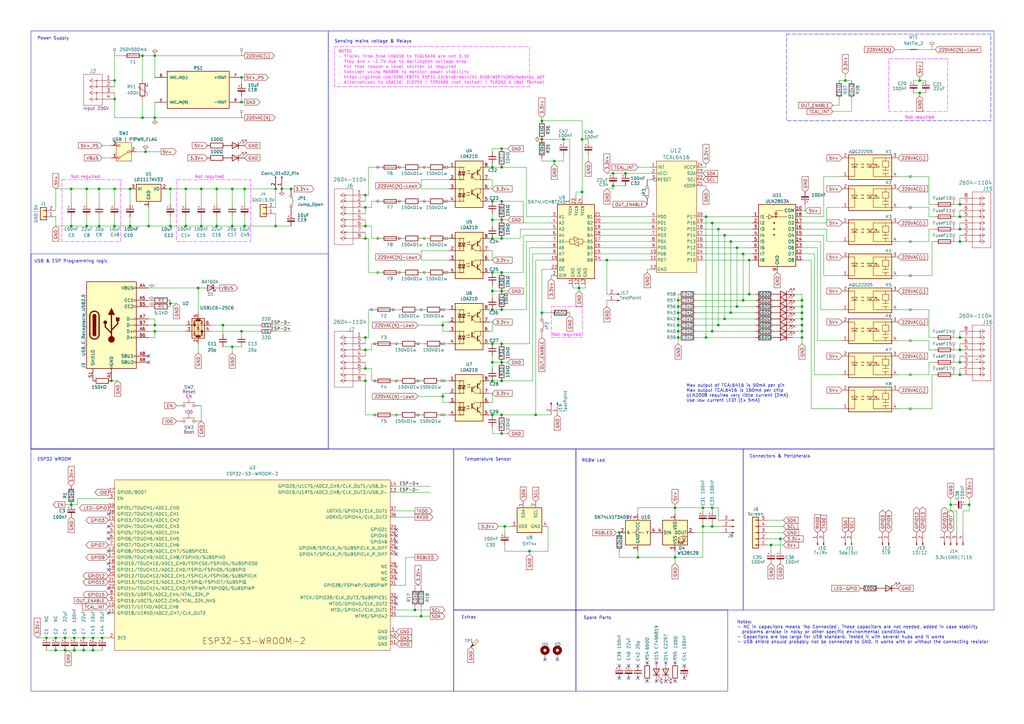
<source format=kicad_sch>
(kicad_sch (version 20231120) (generator "eeschema") (generator_version "8.0")
  (paper "A3")
  (title_block (title "Home Assistant module for lights control") (date "2024-09-08") (rev "20240908.24.8-2"))
  (junction (at 82.55 92.71))
  (junction (at 328.93 130.81))
  (junction (at 278.13 128.27))
  (junction (at 251.46 76.2))
  (junction (at 205.74 148.59))
  (junction (at 201.93 170.18))
  (junction (at 288.29 215.9))
  (junction (at 328.93 123.19))
  (junction (at 29.21 207.01))
  (junction (at 289.56 138.43))
  (junction (at 201.93 119.38))
  (junction (at 328.93 125.73))
  (junction (at 181.61 133.35))
  (junction (at 393.7 99.06))
  (junction (at 201.93 148.59))
  (junction (at 294.64 93.98))
  (junction (at 149.86 92.71))
  (junction (at 172.72 252.73))
  (junction (at 95.25 92.71))
  (junction (at 304.8 123.19))
  (junction (at 299.72 128.27))
  (junction (at 149.86 151.13))
  (junction (at 46.99 77.47))
  (junction (at 201.93 111.76))
  (junction (at 219.71 170.18))
  (junction (at 19.05 261.62))
  (junction (at 82.55 77.47))
  (junction (at 119.38 77.47))
  (junction (at 227.33 66.04))
  (junction (at 113.03 77.47))
  (junction (at 238.76 78.74))
  (junction (at 278.13 138.43))
  (junction (at 149.86 85.09))
  (junction (at 149.86 97.79))
  (junction (at 115.57 77.47))
  (junction (at 69.85 77.47))
  (junction (at 222.25 128.27))
  (junction (at 205.74 60.96))
  (junction (at 30.48 261.62))
  (junction (at 302.26 101.6))
  (junction (at 328.93 128.27))
  (junction (at 276.86 208.28))
  (junction (at 99.06 31.75))
  (junction (at 100.33 77.47))
  (junction (at 22.86 266.7))
  (junction (at 292.1 91.44))
  (junction (at 205.74 170.18))
  (junction (at 149.86 138.43))
  (junction (at 45.72 156.21))
  (junction (at 29.21 92.71))
  (junction (at 316.23 223.52))
  (junction (at 95.25 142.24))
  (junction (at 393.7 143.51))
  (junction (at 76.2 77.47))
  (junction (at 91.44 133.35))
  (junction (at 278.13 123.19))
  (junction (at 58.42 48.26))
  (junction (at 205.74 140.97))
  (junction (at 389.89 207.01))
  (junction (at 297.18 130.81))
  (junction (at 88.9 92.71))
  (junction (at 217.17 226.06))
  (junction (at 328.93 133.35))
  (junction (at 201.93 82.55))
  (junction (at 35.56 77.47))
  (junction (at 53.34 77.47))
  (junction (at 377.19 33.02))
  (junction (at 346.71 33.02))
  (junction (at 278.13 135.89))
  (junction (at 292.1 208.28))
  (junction (at 278.13 130.81))
  (junction (at 81.28 118.11))
  (junction (at 393.7 88.9))
  (junction (at 59.69 62.23))
  (junction (at 393.7 153.67))
  (junction (at 22.86 261.62))
  (junction (at 41.91 261.62))
  (junction (at 38.1 261.62))
  (junction (at 222.25 57.15))
  (junction (at 251.46 71.12))
  (junction (at 393.7 83.82))
  (junction (at 95.25 77.47))
  (junction (at 29.21 77.47))
  (junction (at 53.34 92.71))
  (junction (at 149.86 80.01))
  (junction (at 63.5 48.26))
  (junction (at 35.56 92.71))
  (junction (at 205.74 177.8))
  (junction (at 201.93 90.17))
  (junction (at 205.74 119.38))
  (junction (at 231.14 57.15))
  (junction (at 299.72 99.06))
  (junction (at 328.93 135.89))
  (junction (at 205.74 156.21))
  (junction (at 99.06 135.89))
  (junction (at 149.86 156.21))
  (junction (at 289.56 88.9))
  (junction (at 181.61 162.56))
  (junction (at 292.1 215.9))
  (junction (at 320.04 220.98))
  (junction (at 302.26 125.73))
  (junction (at 26.67 266.7))
  (junction (at 201.93 68.58))
  (junction (at 46.99 40.64))
  (junction (at 63.5 22.86))
  (junction (at 307.34 120.65))
  (junction (at 34.29 266.7))
  (junction (at 222.25 49.53))
  (junction (at 205.74 82.55))
  (junction (at 46.99 92.71))
  (junction (at 248.92 106.68))
  (junction (at 60.96 92.71))
  (junction (at 63.5 135.89))
  (junction (at 69.85 92.71))
  (junction (at 393.7 148.59))
  (junction (at 238.76 57.15))
  (junction (at 99.06 41.91))
  (junction (at 377.19 38.1))
  (junction (at 397.51 207.01))
  (junction (at 69.85 124.46))
  (junction (at 278.13 125.73))
  (junction (at 393.7 138.43))
  (junction (at 88.9 77.47))
  (junction (at 26.67 261.62))
  (junction (at 205.74 111.76))
  (junction (at 294.64 133.35))
  (junction (at 30.48 266.7))
  (junction (at 328.93 138.43))
  (junction (at 34.29 261.62))
  (junction (at 207.01 215.9))
  (junction (at 201.93 156.21))
  (junction (at 304.8 104.14))
  (junction (at 46.99 33.02))
  (junction (at 276.86 228.6))
  (junction (at 40.64 77.47))
  (junction (at 76.2 92.71))
  (junction (at 292.1 135.89))
  (junction (at 297.18 96.52))
  (junction (at 149.86 143.51))
  (junction (at 261.62 228.6))
  (junction (at 58.42 22.86))
  (junction (at 393.7 93.98))
  (junction (at 237.49 118.11))
  (junction (at 40.64 92.71))
  (junction (at 205.74 97.79))
  (junction (at 113.03 92.71))
  (junction (at 63.5 133.35))
  (junction (at 205.74 90.17))
  (junction (at 288.29 208.28))
  (junction (at 201.93 127))
  (junction (at 307.34 106.68))
  (junction (at 201.93 140.97))
  (junction (at 256.54 71.12))
  (junction (at 278.13 133.35))
  (junction (at 170.18 250.19))
  (junction (at 205.74 68.58))
  (junction (at 100.33 92.71))
  (junction (at 205.74 127))
  (junction (at 201.93 97.79))
  (junction (at 254 218.44))
  (junction (at 38.1 266.7))
  (no_connect (at 269.24 279.4))
  (no_connect (at 261.62 273.05))
  (no_connect (at 44.45 241.3))
  (no_connect (at 265.43 279.4))
  (no_connect (at 44.45 218.44))
  (no_connect (at 162.56 222.25))
  (no_connect (at 280.67 273.05))
  (no_connect (at 60.96 148.59))
  (no_connect (at 60.96 146.05))
  (no_connect (at 276.86 279.4))
  (no_connect (at 44.45 226.06))
  (no_connect (at 261.62 278.13))
  (no_connect (at 254 278.13))
  (no_connect (at 269.24 271.78))
  (no_connect (at 265.43 271.78))
  (no_connect (at 257.81 273.05))
  (no_connect (at 273.05 279.4))
  (no_connect (at 44.45 251.46))
  (no_connect (at 162.56 247.65))
  (no_connect (at 162.56 227.33))
  (no_connect (at 162.56 245.11))
  (no_connect (at 162.56 219.71))
  (no_connect (at 162.56 217.17))
  (no_connect (at 162.56 224.79))
  (no_connect (at 44.45 210.82))
  (no_connect (at 44.45 233.68))
  (no_connect (at 44.45 231.14))
  (no_connect (at 44.45 215.9))
  (no_connect (at 223.52 270.51))
  (no_connect (at 228.6 270.51))
  (no_connect (at 254 273.05))
  (no_connect (at 273.05 271.78))
  (no_connect (at 44.45 220.98))
  (no_connect (at 280.67 278.13))
  (no_connect (at 257.81 278.13))
  (no_connect (at 276.86 271.78))
  (wire (pts (xy 297.18 130.81) (xy 309.88 130.81)))
  (wire (pts (xy 325.12 133.35) (xy 328.93 133.35)))
  (wire (pts (xy 237.49 116.84) (xy 237.49 118.11)))
  (wire (pts (xy 325.12 123.19) (xy 328.93 123.19)))
  (wire (pts (xy 377.19 38.1) (xy 379.73 38.1)))
  (wire (pts (xy 304.8 104.14) (xy 304.8 123.19)))
  (wire (pts (xy 163.83 170.18) (xy 161.29 170.18)))
  (wire (pts (xy 381 127) (xy 368.3 127)))
  (wire (pts (xy 207.01 215.9) (xy 209.55 215.9)))
  (wire (pts (xy 15.24 261.62) (xy 19.05 261.62)))
  (wire (pts (xy 204.47 215.9) (xy 207.01 215.9)))
  (wire (pts (xy 393.7 96.52) (xy 393.7 99.06)))
  (wire (pts (xy 337.82 113.03) (xy 345.44 113.03)))
  (wire (pts (xy 292.1 215.9) (xy 295.91 215.9)))
  (wire (pts (xy 69.85 92.71) (xy 76.2 92.71)))
  (wire (pts (xy 236.22 78.74) (xy 238.76 78.74)))
  (wire (pts (xy 22.86 77.47) (xy 29.21 77.47)))
  (wire (pts (xy 226.06 99.06) (xy 215.9 99.06)))
  (wire (pts (xy 240.03 118.11) (xy 237.49 118.11)))
  (wire (pts (xy 224.79 215.9) (xy 224.79 226.06)))
  (wire (pts (xy 383.54 83.82) (xy 381 83.82)))
  (wire (pts (xy 254 218.44) (xy 252.73 218.44)))
  (wire (pts (xy 63.5 22.86) (xy 100.33 22.86)))
  (wire (pts (xy 205.74 68.58) (xy 201.93 68.58)))
  (wire (pts (xy 278.13 123.19) (xy 278.13 125.73)))
  (wire (pts (xy 251.46 76.2) (xy 256.54 76.2)))
  (wire (pts (xy 29.21 77.47) (xy 29.21 83.82)))
  (wire (pts (xy 234.95 116.84) (xy 234.95 118.11)))
  (wire (pts (xy 292.1 208.28) (xy 294.64 208.28)))
  (wire (pts (xy 205.74 156.21) (xy 201.93 156.21)))
  (wire (pts (xy 288.29 88.9) (xy 289.56 88.9)))
  (wire (pts (xy 205.74 140.97) (xy 217.17 140.97)))
  (wire (pts (xy 60.96 138.43) (xy 63.5 138.43)))
  (wire (pts (xy 394.97 209.55) (xy 397.51 209.55)))
  (wire (pts (xy 381 72.39) (xy 368.3 72.39)))
  (wire (pts (xy 392.43 218.44) (xy 392.43 209.55)))
  (wire (pts (xy 328.93 125.73) (xy 328.93 128.27)))
  (wire (pts (xy 285.75 133.35) (xy 294.64 133.35)))
  (wire (pts (xy 58.42 22.86) (xy 63.5 22.86)))
  (wire (pts (xy 226.06 128.27) (xy 222.25 128.27)))
  (wire (pts (xy 246.38 88.9) (xy 266.7 88.9)))
  (wire (pts (xy 82.55 88.9) (xy 82.55 92.71)))
  (wire (pts (xy 166.37 228.6) (xy 170.18 228.6)))
  (wire (pts (xy 289.56 77.47) (xy 289.56 76.2)))
  (wire (pts (xy 336.55 127) (xy 345.44 127)))
  (wire (pts (xy 151.13 127) (xy 153.67 127)))
  (wire (pts (xy 201.93 140.97) (xy 200.66 140.97)))
  (wire (pts (xy 152.4 151.13) (xy 149.86 151.13)))
  (wire (pts (xy 181.61 127) (xy 184.15 127)))
  (wire (pts (xy 227.33 66.04) (xy 231.14 66.04)))
  (wire (pts (xy 63.5 133.35) (xy 63.5 130.81)))
  (wire (pts (xy 344.17 43.18) (xy 341.63 43.18)))
  (wire (pts (xy 162.56 201.93) (xy 176.53 201.93)))
  (wire (pts (xy 88.9 77.47) (xy 95.25 77.47)))
  (wire (pts (xy 328.93 133.35) (xy 328.93 135.89)))
  (wire (pts (xy 334.01 153.67) (xy 334.01 104.14)))
  (wire (pts (xy 292.1 91.44) (xy 292.1 135.89)))
  (wire (pts (xy 162.56 240.03) (xy 166.37 240.03)))
  (wire (pts (xy 261.62 208.28) (xy 276.86 208.28)))
  (wire (pts (xy 63.5 130.81) (xy 60.96 130.81)))
  (wire (pts (xy 91.44 133.35) (xy 91.44 137.16)))
  (wire (pts (xy 382.27 153.67) (xy 382.27 167.64)))
  (wire (pts (xy 58.42 33.02) (xy 58.42 22.86)))
  (wire (pts (xy 246.38 99.06) (xy 266.7 99.06)))
  (wire (pts (xy 205.74 177.8) (xy 201.93 177.8)))
  (wire (pts (xy 45.72 156.21) (xy 48.26 156.21)))
  (wire (pts (xy 276.86 228.6) (xy 288.29 228.6)))
  (wire (pts (xy 381 99.06) (xy 381 93.98)))
  (wire (pts (xy 222.25 49.53) (xy 238.76 49.53)))
  (wire (pts (xy 222.25 64.77) (xy 222.25 66.04)))
  (wire (pts (xy 328.93 93.98) (xy 339.09 93.98)))
  (wire (pts (xy 152.4 140.97) (xy 152.4 143.51)))
  (wire (pts (xy 302.26 125.73) (xy 309.88 125.73)))
  (wire (pts (xy 152.4 85.09) (xy 149.86 85.09)))
  (wire (pts (xy 205.74 97.79) (xy 213.36 97.79)))
  (wire (pts (xy 115.57 77.47) (xy 119.38 77.47)))
  (wire (pts (xy 201.93 67.31) (xy 201.93 68.58)))
  (wire (pts (xy 383.54 138.43) (xy 381 138.43)))
  (wire (pts (xy 299.72 99.06) (xy 308.61 99.06)))
  (wire (pts (xy 382.27 113.03) (xy 368.3 113.03)))
  (wire (pts (xy 381 143.51) (xy 381 139.7)))
  (wire (pts (xy 22.86 86.36) (xy 22.86 77.47)))
  (wire (pts (xy 320.04 220.98) (xy 321.31 220.98)))
  (wire (pts (xy 393.7 86.36) (xy 393.7 88.9)))
  (wire (pts (xy 246.38 104.14) (xy 266.7 104.14)))
  (wire (pts (xy 201.93 119.38) (xy 201.93 116.84)))
  (wire (pts (xy 205.74 82.55) (xy 214.63 82.55)))
  (wire (pts (xy 336.55 99.06) (xy 336.55 127)))
  (wire (pts (xy 325.12 135.89) (xy 328.93 135.89)))
  (wire (pts (xy 201.93 77.47) (xy 200.66 77.47)))
  (wire (pts (xy 222.25 110.49) (xy 226.06 110.49)))
  (wire (pts (xy 222.25 110.49) (xy 222.25 128.27)))
  (wire (pts (xy 307.34 120.65) (xy 309.88 120.65)))
  (wire (pts (xy 76.2 88.9) (xy 76.2 92.71)))
  (wire (pts (xy 297.18 96.52) (xy 297.18 130.81)))
  (wire (pts (xy 176.53 250.19) (xy 170.18 250.19)))
  (wire (pts (xy 288.29 68.58) (xy 289.56 68.58)))
  (wire (pts (xy 53.34 88.9) (xy 53.34 92.71)))
  (wire (pts (xy 149.86 97.79) (xy 149.86 95.25)))
  (wire (pts (xy 251.46 71.12) (xy 256.54 71.12)))
  (wire (pts (xy 152.4 97.79) (xy 156.21 97.79)))
  (wire (pts (xy 207.01 226.06) (xy 217.17 226.06)))
  (wire (pts (xy 328.93 91.44) (xy 339.09 91.44)))
  (wire (pts (xy 95.25 88.9) (xy 95.25 92.71)))
  (wire (pts (xy 58.42 40.64) (xy 58.42 48.26)))
  (wire (pts (xy 205.74 148.59) (xy 201.93 148.59)))
  (wire (pts (xy 261.62 208.28) (xy 261.62 210.82)))
  (wire (pts (xy 288.29 93.98) (xy 294.64 93.98)))
  (wire (pts (xy 201.93 151.13) (xy 201.93 148.59)))
  (wire (pts (xy 76.2 77.47) (xy 76.2 83.82)))
  (wire (pts (xy 205.74 127) (xy 215.9 127)))
  (wire (pts (xy 285.75 120.65) (xy 307.34 120.65)))
  (wire (pts (xy 113.03 92.71) (xy 119.38 92.71)))
  (wire (pts (xy 294.64 133.35) (xy 309.88 133.35)))
  (wire (pts (xy 201.93 68.58) (xy 200.66 68.58)))
  (wire (pts (xy 254 228.6) (xy 261.62 228.6)))
  (wire (pts (xy 276.86 228.6) (xy 276.86 231.14)))
  (wire (pts (xy 100.33 88.9) (xy 100.33 92.71)))
  (wire (pts (xy 374.65 38.1) (xy 377.19 38.1)))
  (wire (pts (xy 383.54 88.9) (xy 381 88.9)))
  (wire (pts (xy 201.93 92.71) (xy 201.93 90.17)))
  (wire (pts (xy 205.74 111.76) (xy 201.93 111.76)))
  (wire (pts (xy 29.21 92.71) (xy 35.56 92.71)))
  (wire (pts (xy 213.36 93.98) (xy 213.36 97.79)))
  (wire (pts (xy 46.99 38.1) (xy 46.99 40.64)))
  (wire (pts (xy 381 93.98) (xy 383.54 93.98)))
  (wire (pts (xy 265.43 110.49) (xy 266.7 110.49)))
  (wire (pts (xy 19.05 261.62) (xy 22.86 261.62)))
  (wire (pts (xy 393.7 138.43) (xy 391.16 138.43)))
  (wire (pts (xy 95.25 142.24) (xy 95.25 144.78)))
  (wire (pts (xy 278.13 133.35) (xy 278.13 135.89)))
  (wire (pts (xy 222.25 66.04) (xy 227.33 66.04)))
  (wire (pts (xy 278.13 135.89) (xy 278.13 138.43)))
  (wire (pts (xy 278.13 128.27) (xy 278.13 130.81)))
  (wire (pts (xy 328.93 123.19) (xy 328.93 125.73)))
  (wire (pts (xy 393.7 153.67) (xy 391.16 153.67)))
  (wire (pts (xy 201.93 62.23) (xy 201.93 60.96)))
  (wire (pts (xy 214.63 96.52) (xy 226.06 96.52)))
  (wire (pts (xy 99.06 39.37) (xy 99.06 41.91)))
  (wire (pts (xy 152.4 82.55) (xy 156.21 82.55)))
  (wire (pts (xy 299.72 99.06) (xy 299.72 128.27)))
  (wire (pts (xy 393.7 148.59) (xy 391.16 148.59)))
  (wire (pts (xy 219.71 106.68) (xy 219.71 170.18)))
  (wire (pts (xy 393.7 153.67) (xy 393.7 151.13)))
  (wire (pts (xy 163.83 140.97) (xy 161.29 140.97)))
  (wire (pts (xy 392.43 209.55) (xy 389.89 209.55)))
  (wire (pts (xy 166.37 240.03) (xy 166.37 228.6)))
  (wire (pts (xy 63.5 48.26) (xy 100.33 48.26)))
  (wire (pts (xy 205.74 119.38) (xy 208.28 119.38)))
  (wire (pts (xy 35.56 77.47) (xy 40.64 77.47)))
  (wire (pts (xy 26.67 207.01) (xy 29.21 207.01)))
  (wire (pts (xy 321.31 218.44) (xy 314.96 218.44)))
  (wire (pts (xy 278.13 125.73) (xy 278.13 128.27)))
  (wire (pts (xy 294.64 93.98) (xy 308.61 93.98)))
  (wire (pts (xy 205.74 68.58) (xy 215.9 68.58)))
  (wire (pts (xy 288.29 228.6) (xy 288.29 215.9)))
  (wire (pts (xy 226.06 93.98) (xy 213.36 93.98)))
  (wire (pts (xy 330.2 86.36) (xy 328.93 86.36)))
  (wire (pts (xy 69.85 77.47) (xy 76.2 77.47)))
  (wire (pts (xy 201.93 102.87) (xy 200.66 102.87)))
  (wire (pts (xy 35.56 92.71) (xy 40.64 92.71)))
  (wire (pts (xy 238.76 57.15) (xy 238.76 78.74)))
  (wire (pts (xy 59.69 62.23) (xy 66.04 62.23)))
  (wire (pts (xy 393.7 135.89) (xy 393.7 138.43)))
  (wire (pts (xy 285.75 138.43) (xy 289.56 138.43)))
  (wire (pts (xy 246.38 96.52) (xy 266.7 96.52)))
  (wire (pts (xy 248.92 77.47) (xy 251.46 77.47)))
  (wire (pts (xy 294.64 208.28) (xy 294.64 213.36)))
  (wire (pts (xy 217.17 226.06) (xy 217.17 227.33)))
  (wire (pts (xy 201.93 77.47) (xy 201.93 73.66)))
  (wire (pts (xy 181.61 133.35) (xy 181.61 132.08)))
  (wire (pts (xy 149.86 82.55) (xy 149.86 80.01)))
  (wire (pts (xy 224.79 226.06) (xy 217.17 226.06)))
  (wire (pts (xy 34.29 261.62) (xy 38.1 261.62)))
  (wire (pts (xy 151.13 80.01) (xy 149.86 80.01)))
  (wire (pts (xy 201.93 165.1) (xy 200.66 165.1)))
  (wire (pts (xy 175.26 111.76) (xy 172.72 111.76)))
  (wire (pts (xy 248.92 106.68) (xy 248.92 120.65)))
  (wire (pts (xy 173.99 140.97) (xy 171.45 140.97)))
  (wire (pts (xy 207.01 223.52) (xy 207.01 226.06)))
  (wire (pts (xy 339.09 85.09) (xy 339.09 91.44)))
  (wire (pts (xy 299.72 128.27) (xy 309.88 128.27)))
  (wire (pts (xy 29.21 77.47) (xy 35.56 77.47)))
  (wire (pts (xy 383.54 143.51) (xy 381 143.51)))
  (wire (pts (xy 278.13 120.65) (xy 278.13 123.19)))
  (wire (pts (xy 276.86 226.06) (xy 276.86 228.6)))
  (wire (pts (xy 76.2 77.47) (xy 82.55 77.47)))
  (wire (pts (xy 288.29 96.52) (xy 297.18 96.52)))
  (wire (pts (xy 88.9 92.71) (xy 95.25 92.71)))
  (wire (pts (xy 325.12 128.27) (xy 328.93 128.27)))
  (wire (pts (xy 368.3 153.67) (xy 381 153.67)))
  (wire (pts (xy 152.4 82.55) (xy 152.4 85.09)))
  (wire (pts (xy 201.93 106.68) (xy 201.93 102.87)))
  (wire (pts (xy 397.51 207.01) (xy 396.24 207.01)))
  (wire (pts (xy 288.29 91.44) (xy 292.1 91.44)))
  (wire (pts (xy 30.48 266.7) (xy 34.29 266.7)))
  (wire (pts (xy 328.93 130.81) (xy 328.93 133.35)))
  (wire (pts (xy 368.3 99.06) (xy 381 99.06)))
  (wire (pts (xy 292.1 209.55) (xy 292.1 208.28)))
  (wire (pts (xy 82.55 166.37) (xy 82.55 172.72)))
  (wire (pts (xy 332.74 106.68) (xy 332.74 167.64)))
  (wire (pts (xy 22.86 92.71) (xy 29.21 92.71)))
  (polyline (pts (xy 401.32 147.32) (xy 400.05 147.32)))
  (wire (pts (xy 149.86 87.63) (xy 149.86 85.09)))
  (wire (pts (xy 149.86 92.71) (xy 149.86 90.17)))
  (wire (pts (xy 289.56 67.31) (xy 289.56 68.58)))
  (wire (pts (xy 82.55 77.47) (xy 82.55 83.82)))
  (wire (pts (xy 288.29 101.6) (xy 302.26 101.6)))
  (wire (pts (xy 95.25 77.47) (xy 100.33 77.47)))
  (wire (pts (xy 231.14 57.15) (xy 233.68 57.15)))
  (wire (pts (xy 276.86 208.28) (xy 276.86 210.82)))
  (wire (pts (xy 288.29 209.55) (xy 288.29 208.28)))
  (wire (pts (xy 46.99 40.64) (xy 46.99 48.26)))
  (wire (pts (xy 95.25 77.47) (xy 95.25 83.82)))
  (wire (pts (xy 176.53 252.73) (xy 172.72 252.73)))
  (wire (pts (xy 201.93 127) (xy 205.74 127)))
  (wire (pts (xy 383.54 153.67) (xy 382.27 153.67)))
  (wire (pts (xy 69.85 123.19) (xy 69.85 124.46)))
  (wire (pts (xy 240.03 116.84) (xy 240.03 118.11)))
  (wire (pts (xy 226.06 104.14) (xy 218.44 104.14)))
  (wire (pts (xy 381 139.7) (xy 368.3 139.7)))
  (wire (pts (xy 182.88 68.58) (xy 184.15 68.58)))
  (wire (pts (xy 26.67 261.62) (xy 30.48 261.62)))
  (wire (pts (xy 337.82 88.9) (xy 328.93 88.9)))
  (wire (pts (xy 201.93 177.8) (xy 201.93 175.26)))
  (wire (pts (xy 180.34 156.21) (xy 184.15 156.21)))
  (wire (pts (xy 60.96 85.09) (xy 60.96 92.71)))
  (wire (pts (xy 152.4 156.21) (xy 152.4 151.13)))
  (wire (pts (xy 328.93 128.27) (xy 328.93 130.81)))
  (wire (pts (xy 288.29 104.14) (xy 304.8 104.14)))
  (wire (pts (xy 328.93 99.06) (xy 336.55 99.06)))
  (wire (pts (xy 53.34 92.71) (xy 60.96 92.71)))
  (wire (pts (xy 172.72 73.66) (xy 184.15 73.66)))
  (wire (pts (xy 181.61 161.29) (xy 184.15 161.29)))
  (wire (pts (xy 69.85 124.46) (xy 69.85 125.73)))
  (wire (pts (xy 284.48 218.44) (xy 295.91 218.44)))
  (wire (pts (xy 182.88 97.79) (xy 184.15 97.79)))
  (wire (pts (xy 201.93 73.66) (xy 200.66 73.66)))
  (wire (pts (xy 119.38 77.47) (xy 120.65 77.47)))
  (wire (pts (xy 40.64 77.47) (xy 40.64 83.82)))
  (wire (pts (xy 238.76 49.53) (xy 238.76 57.15)))
  (wire (pts (xy 165.1 111.76) (xy 163.83 111.76)))
  (wire (pts (xy 34.29 266.7) (xy 38.1 266.7)))
  (wire (pts (xy 180.34 170.18) (xy 184.15 170.18)))
  (wire (pts (xy 222.25 48.26) (xy 222.25 49.53)))
  (wire (pts (xy 328.93 120.65) (xy 325.12 120.65)))
  (wire (pts (xy 151.13 68.58) (xy 156.21 68.58)))
  (wire (pts (xy 227.33 67.31) (xy 227.33 66.04)))
  (wire (pts (xy 82.55 77.47) (xy 88.9 77.47)))
  (wire (pts (xy 389.89 209.55) (xy 389.89 207.01)))
  (wire (pts (xy 22.86 261.62) (xy 26.67 261.62)))
  (wire (pts (xy 205.74 170.18) (xy 201.93 170.18)))
  (wire (pts (xy 201.93 82.55) (xy 200.66 82.55)))
  (wire (pts (xy 172.72 170.18) (xy 171.45 170.18)))
  (wire (pts (xy 215.9 88.9) (xy 215.9 68.58)))
  (wire (pts (xy 294.64 93.98) (xy 294.64 133.35)))
  (wire (pts (xy 381 85.09) (xy 368.3 85.09)))
  (wire (pts (xy 62.23 123.19) (xy 60.96 123.19)))
  (wire (pts (xy 170.18 250.19) (xy 162.56 250.19)))
  (wire (pts (xy 208.28 177.8) (xy 205.74 177.8)))
  (wire (pts (xy 88.9 88.9) (xy 88.9 92.71)))
  (wire (pts (xy 381 138.43) (xy 381 127)))
  (wire (pts (xy 241.3 63.5) (xy 241.3 66.04)))
  (wire (pts (xy 285.75 130.81) (xy 297.18 130.81)))
  (wire (pts (xy 172.72 102.87) (xy 184.15 102.87)))
  (wire (pts (xy 226.06 113.03) (xy 226.06 114.3)))
  (wire (pts (xy 215.9 88.9) (xy 226.06 88.9)))
  (wire (pts (xy 219.71 106.68) (xy 226.06 106.68)))
  (wire (pts (xy 149.86 170.18) (xy 153.67 170.18)))
  (wire (pts (xy 383.54 99.06) (xy 382.27 99.06)))
  (wire (pts (xy 321.31 213.36) (xy 314.96 213.36)))
  (wire (pts (xy 181.61 135.89) (xy 181.61 133.35)))
  (wire (pts (xy 246.38 106.68) (xy 248.92 106.68)))
  (wire (pts (xy 69.85 124.46) (xy 72.39 124.46)))
  (wire (pts (xy 171.45 127) (xy 173.99 127)))
  (wire (pts (xy 91.44 142.24) (xy 95.25 142.24)))
  (wire (pts (xy 205.74 170.18) (xy 219.71 170.18)))
  (wire (pts (xy 149.86 156.21) (xy 149.86 170.18)))
  (wire (pts (xy 289.56 76.2) (xy 288.29 76.2)))
  (wire (pts (xy 88.9 77.47) (xy 88.9 83.82)))
  (wire (pts (xy 149.86 146.05) (xy 149.86 143.51)))
  (wire (pts (xy 163.83 156.21) (xy 161.29 156.21)))
  (wire (pts (xy 86.36 135.89) (xy 99.06 135.89)))
  (wire (pts (xy 292.1 135.89) (xy 309.88 135.89)))
  (wire (pts (xy 288.29 208.28) (xy 292.1 208.28)))
  (wire (pts (xy 295.91 213.36) (xy 294.64 213.36)))
  (wire (pts (xy 151.13 97.79) (xy 151.13 111.76)))
  (wire (pts (xy 201.93 121.92) (xy 201.93 119.38)))
  (wire (pts (xy 304.8 123.19) (xy 309.88 123.19)))
  (wire (pts (xy 172.72 73.66) (xy 172.72 77.47)))
  (wire (pts (xy 201.93 135.89) (xy 201.93 132.08)))
  (wire (pts (xy 321.31 215.9) (xy 314.96 215.9)))
  (wire (pts (xy 233.68 57.15) (xy 233.68 81.28)))
  (wire (pts (xy 349.25 45.72) (xy 349.25 40.64)))
  (wire (pts (xy 165.1 97.79) (xy 163.83 97.79)))
  (wire (pts (xy 99.06 31.75) (xy 100.33 31.75)))
  (wire (pts (xy 99.06 135.89) (xy 106.68 135.89)))
  (wire (pts (xy 162.56 199.39) (xy 176.53 199.39)))
  (wire (pts (xy 325.12 125.73) (xy 328.93 125.73)))
  (wire (pts (xy 181.61 132.08) (xy 184.15 132.08)))
  (wire (pts (xy 22.86 88.9) (xy 22.86 92.71)))
  (wire (pts (xy 46.99 92.71) (xy 53.34 92.71)))
  (wire (pts (xy 46.99 33.02) (xy 46.99 22.86)))
  (wire (pts (xy 251.46 77.47) (xy 251.46 76.2)))
  (wire (pts (xy 201.93 148.59) (xy 201.93 146.05)))
  (wire (pts (xy 201.93 106.68) (xy 200.66 106.68)))
  (wire (pts (xy 181.61 165.1) (xy 181.61 162.56)))
  (wire (pts (xy 393.7 140.97) (xy 393.7 143.51)))
  (wire (pts (xy 289.56 88.9) (xy 289.56 138.43)))
  (wire (pts (xy 41.91 64.77) (xy 45.72 64.77)))
  (wire (pts (xy 238.76 78.74) (xy 238.76 81.28)))
  (wire (pts (xy 201.93 161.29) (xy 200.66 161.29)))
  (wire (pts (xy 208.28 148.59) (xy 205.74 148.59)))
  (wire (pts (xy 19.05 266.7) (xy 22.86 266.7)))
  (wire (pts (xy 276.86 207.01) (xy 276.86 208.28)))
  (wire (pts (xy 38.1 261.62) (xy 41.91 261.62)))
  (wire (pts (xy 76.2 92.71) (xy 82.55 92.71)))
  (wire (pts (xy 241.3 57.15) (xy 241.3 58.42)))
  (wire (pts (xy 332.74 167.64) (xy 345.44 167.64)))
  (wire (pts (xy 149.86 151.13) (xy 149.86 148.59)))
  (wire (pts (xy 111.76 135.89) (xy 119.38 135.89)))
  (wire (pts (xy 377.19 31.75) (xy 377.19 33.02)))
  (wire (pts (xy 391.16 88.9) (xy 393.7 88.9)))
  (wire (pts (xy 149.86 140.97) (xy 149.86 138.43)))
  (wire (pts (xy 172.72 106.68) (xy 184.15 106.68)))
  (wire (pts (xy 330.2 86.36) (xy 330.2 83.82)))
  (wire (pts (xy 265.43 73.66) (xy 266.7 73.66)))
  (wire (pts (xy 246.38 101.6) (xy 266.7 101.6)))
  (wire (pts (xy 172.72 102.87) (xy 172.72 106.68)))
  (wire (pts (xy 261.62 226.06) (xy 261.62 228.6)))
  (wire (pts (xy 254 226.06) (xy 254 228.6)))
  (wire (pts (xy 60.96 135.89) (xy 63.5 135.89)))
  (wire (pts (xy 302.26 101.6) (xy 302.26 125.73)))
  (wire (pts (xy 205.74 90.17) (xy 201.93 90.17)))
  (wire (pts (xy 335.28 139.7) (xy 345.44 139.7)))
  (wire (pts (xy 40.64 88.9) (xy 40.64 92.71)))
  (wire (pts (xy 63.5 41.91) (xy 63.5 48.26)))
  (wire (pts (xy 95.25 142.24) (xy 99.06 142.24)))
  (wire (pts (xy 256.54 71.12) (xy 266.7 71.12)))
  (wire (pts (xy 346.71 33.02) (xy 349.25 33.02)))
  (wire (pts (xy 222.25 57.15) (xy 231.14 57.15)))
  (wire (pts (xy 325.12 130.81) (xy 328.93 130.81)))
  (wire (pts (xy 100.33 77.47) (xy 100.33 83.82)))
  (wire (pts (xy 207.01 215.9) (xy 207.01 218.44)))
  (wire (pts (xy 35.56 83.82) (xy 35.56 77.47)))
  (wire (pts (xy 53.34 77.47) (xy 53.34 83.82)))
  (wire (pts (xy 182.88 82.55) (xy 184.15 82.55)))
  (wire (pts (xy 99.06 31.75) (xy 99.06 34.29)))
  (wire (pts (xy 345.44 72.39) (xy 337.82 72.39)))
  (wire (pts (xy 30.48 261.62) (xy 34.29 261.62)))
  (wire (pts (xy 63.5 22.86) (xy 63.5 31.75)))
  (wire (pts (xy 328.93 96.52) (xy 337.82 96.52)))
  (wire (pts (xy 46.99 88.9) (xy 46.99 92.71)))
  (wire (pts (xy 151.13 127) (xy 151.13 138.43)))
  (wire (pts (xy 393.7 91.44) (xy 393.7 93.98)))
  (wire (pts (xy 81.28 118.11) (xy 82.55 118.11)))
  (wire (pts (xy 339.09 93.98) (xy 339.09 99.06)))
  (wire (pts (xy 381 83.82) (xy 381 72.39)))
  (wire (pts (xy 316.23 223.52) (xy 321.31 223.52)))
  (wire (pts (xy 172.72 252.73) (xy 162.56 252.73)))
  (wire (pts (xy 391.16 83.82) (xy 393.7 83.82)))
  (wire (pts (xy 201.93 135.89) (xy 200.66 135.89)))
  (wire (pts (xy 208.28 90.17) (xy 205.74 90.17)))
  (wire (pts (xy 377.19 20.32) (xy 383.54 20.32)))
  (wire (pts (xy 334.01 153.67) (xy 345.44 153.67)))
  (wire (pts (xy 201.93 127) (xy 200.66 127)))
  (wire (pts (xy 393.7 143.51) (xy 391.16 143.51)))
  (wire (pts (xy 172.72 68.58) (xy 175.26 68.58)))
  (wire (pts (xy 31.75 204.47) (xy 44.45 204.47)))
  (wire (pts (xy 172.72 156.21) (xy 171.45 156.21)))
  (polyline (pts (xy 179.07 264.16) (xy 179.07 264.16)))
  (wire (pts (xy 218.44 104.14) (xy 218.44 156.21)))
  (wire (pts (xy 182.88 111.76) (xy 184.15 111.76)))
  (wire (pts (xy 81.28 144.78) (xy 81.28 140.97)))
  (wire (pts (xy 163.83 127) (xy 161.29 127)))
  (wire (pts (xy 208.28 60.96) (xy 205.74 60.96)))
  (wire (pts (xy 100.33 92.71) (xy 113.03 92.71)))
  (wire (pts (xy 391.16 93.98) (xy 393.7 93.98)))
  (wire (pts (xy 68.58 77.47) (xy 69.85 77.47)))
  (wire (pts (xy 172.72 240.03) (xy 170.18 240.03)))
  (wire (pts (xy 151.13 97.79) (xy 149.86 97.79)))
  (wire (pts (xy 381 153.67) (xy 381 148.59)))
  (wire (pts (xy 285.75 123.19) (xy 304.8 123.19)))
  (wire (pts (xy 285.75 128.27) (xy 299.72 128.27)))
  (wire (pts (xy 170.18 209.55) (xy 162.56 209.55)))
  (wire (pts (xy 152.4 143.51) (xy 149.86 143.51)))
  (wire (pts (xy 304.8 104.14) (xy 308.61 104.14)))
  (wire (pts (xy 394.97 218.44) (xy 394.97 209.55)))
  (wire (pts (xy 165.1 82.55) (xy 163.83 82.55)))
  (wire (pts (xy 217.17 101.6) (xy 217.17 140.97)))
  (wire (pts (xy 172.72 241.3) (xy 172.72 240.03)))
  (wire (pts (xy 307.34 106.68) (xy 308.61 106.68)))
  (wire (pts (xy 95.25 92.71) (xy 100.33 92.71)))
  (wire (pts (xy 248.92 71.12) (xy 251.46 71.12)))
  (wire (pts (xy 35.56 88.9) (xy 35.56 92.71)))
  (wire (pts (xy 233.68 128.27) (xy 233.68 129.54)))
  (wire (pts (xy 152.4 156.21) (xy 153.67 156.21)))
  (wire (pts (xy 82.55 92.71) (xy 88.9 92.71)))
  (wire (pts (xy 261.62 228.6) (xy 276.86 228.6)))
  (wire (pts (xy 205.74 111.76) (xy 214.63 111.76)))
  (wire (pts (xy 31.75 204.47) (xy 31.75 207.01)))
  (wire (pts (xy 38.1 266.7) (xy 41.91 266.7)))
  (wire (pts (xy 231.14 63.5) (xy 231.14 66.04)))
  (wire (pts (xy 201.93 170.18) (xy 200.66 170.18)))
  (wire (pts (xy 86.36 133.35) (xy 91.44 133.35)))
  (wire (pts (xy 307.34 106.68) (xy 307.34 120.65)))
  (wire (pts (xy 285.75 135.89) (xy 292.1 135.89)))
  (wire (pts (xy 234.95 118.11) (xy 237.49 118.11)))
  (wire (pts (xy 111.76 133.35) (xy 119.38 133.35)))
  (wire (pts (xy 325.12 138.43) (xy 328.93 138.43)))
  (wire (pts (xy 328.93 106.68) (xy 332.74 106.68)))
  (wire (pts (xy 46.99 77.47) (xy 46.99 83.82)))
  (wire (pts (xy 288.29 106.68) (xy 307.34 106.68)))
  (wire (pts (xy 181.61 162.56) (xy 181.61 161.29)))
  (wire (pts (xy 41.91 59.69) (xy 45.72 59.69)))
  (wire (pts (xy 214.63 91.44) (xy 226.06 91.44)))
  (wire (pts (xy 152.4 92.71) (xy 149.86 92.71)))
  (wire (pts (xy 261.62 68.58) (xy 266.7 68.58)))
  (wire (pts (xy 391.16 207.01) (xy 389.89 207.01)))
  (wire (pts (xy 152.4 140.97) (xy 153.67 140.97)))
  (wire (pts (xy 382.27 99.06) (xy 382.27 113.03)))
  (wire (pts (xy 46.99 48.26) (xy 58.42 48.26)))
  (wire (pts (xy 377.19 33.02) (xy 379.73 33.02)))
  (wire (pts (xy 393.7 81.28) (xy 393.7 83.82)))
  (wire (pts (xy 381 88.9) (xy 381 85.09)))
  (wire (pts (xy 278.13 138.43) (xy 278.13 140.97)))
  (wire (pts (xy 81.28 118.11) (xy 81.28 128.27)))
  (wire (pts (xy 149.86 153.67) (xy 149.86 156.21)))
  (wire (pts (xy 41.91 261.62) (xy 44.45 261.62)))
  (wire (pts (xy 248.92 106.68) (xy 266.7 106.68)))
  (wire (pts (xy 46.99 22.86) (xy 50.8 22.86)))
  (wire (pts (xy 205.74 82.55) (xy 201.93 82.55)))
  (wire (pts (xy 201.93 119.38) (xy 205.74 119.38)))
  (wire (pts (xy 320.04 220.98) (xy 314.96 220.98)))
  (wire (pts (xy 248.92 125.73) (xy 248.92 123.19)))
  (wire (pts (xy 397.51 204.47) (xy 397.51 207.01)))
  (wire (pts (xy 381 148.59) (xy 383.54 148.59)))
  (wire (pts (xy 302.26 101.6) (xy 308.61 101.6)))
  (wire (pts (xy 99.06 41.91) (xy 100.33 41.91)))
  (wire (pts (xy 113.03 85.09) (xy 113.03 77.47)))
  (wire (pts (xy 151.13 68.58) (xy 151.13 80.01)))
  (wire (pts (xy 60.96 133.35) (xy 63.5 133.35)))
  (wire (pts (xy 328.93 135.89) (xy 328.93 138.43)))
  (wire (pts (xy 175.26 82.55) (xy 172.72 82.55)))
  (wire (pts (xy 341.63 45.72) (xy 349.25 45.72)))
  (wire (pts (xy 391.16 99.06) (xy 393.7 99.06)))
  (wire (pts (xy 26.67 266.7) (xy 30.48 266.7)))
  (wire (pts (xy 297.18 96.52) (xy 308.61 96.52)))
  (wire (pts (xy 374.65 33.02) (xy 377.19 33.02)))
  (wire (pts (xy 335.28 101.6) (xy 335.28 139.7)))
  (wire (pts (xy 346.71 33.02) (xy 344.17 33.02)))
  (wire (pts (xy 339.09 85.09) (xy 345.44 85.09)))
  (wire (pts (xy 76.2 135.89) (xy 63.5 135.89)))
  (wire (pts (xy 289.56 88.9) (xy 308.61 88.9)))
  (wire (pts (xy 40.64 92.71) (xy 46.99 92.71)))
  (wire (pts (xy 60.96 118.11) (xy 81.28 118.11)))
  (wire (pts (xy 205.74 140.97) (xy 201.93 140.97)))
  (wire (pts (xy 151.13 138.43) (xy 149.86 138.43)))
  (wire (pts (xy 377.19 38.1) (xy 377.19 39.37)))
  (wire (pts (xy 389.89 204.47) (xy 389.89 207.01)))
  (wire (pts (xy 201.93 132.08) (xy 200.66 132.08)))
  (wire (pts (xy 181.61 140.97) (xy 184.15 140.97)))
  (wire (pts (xy 393.7 146.05) (xy 393.7 148.59)))
  (wire (pts (xy 285.75 125.73) (xy 302.26 125.73)))
  (wire (pts (xy 55.88 62.23) (xy 59.69 62.23)))
  (wire (pts (xy 172.72 248.92) (xy 172.72 252.73)))
  (wire (pts (xy 172.72 77.47) (xy 184.15 77.47)))
  (wire (pts (xy 328.93 101.6) (xy 335.28 101.6)))
  (wire (pts (xy 184.15 165.1) (xy 181.61 165.1)))
  (wire (pts (xy 289.56 138.43) (xy 309.88 138.43)))
  (wire (pts (xy 170.18 240.03) (xy 170.18 241.3)))
  (wire (pts (xy 237.49 118.11) (xy 237.49 119.38)))
  (wire (pts (xy 236.22 81.28) (xy 236.22 78.74)))
  (wire (pts (xy 265.43 110.49) (xy 265.43 111.76)))
  (wire (pts (xy 201.93 165.1) (xy 201.93 161.29)))
  (wire (pts (xy 170.18 248.92) (xy 170.18 250.19)))
  (wire (pts (xy 171.45 133.35) (xy 181.61 133.35)))
  (wire (pts (xy 175.26 97.79) (xy 172.72 97.79)))
  (wire (pts (xy 46.99 33.02) (xy 46.99 35.56)))
  (wire (pts (xy 367.03 20.32) (xy 372.11 20.32)))
  (wire (pts (xy 46.99 77.47) (xy 53.34 77.47)))
  (wire (pts (xy 320.04 220.98) (xy 320.04 226.06)))
  (wire (pts (xy 205.74 156.21) (xy 218.44 156.21)))
  (wire (pts (xy 214.63 111.76) (xy 214.63 96.52)))
  (wire (pts (xy 316.23 223.52) (xy 314.96 223.52)))
  (wire (pts (xy 219.71 170.18) (xy 226.06 170.18)))
  (wire (pts (xy 288.29 99.06) (xy 299.72 99.06)))
  (wire (pts (xy 29.21 88.9) (xy 29.21 92.71)))
  (wire (pts (xy 100.33 77.47) (xy 113.03 77.47)))
  (wire (pts (xy 76.2 133.35) (xy 63.5 133.35)))
  (wire (pts (xy 151.13 111.76) (xy 156.21 111.76)))
  (wire (pts (xy 397.51 209.55) (xy 397.51 207.01)))
  (wire (pts (xy 201.93 90.17) (xy 201.93 87.63)))
  (wire (pts (xy 62.23 125.73) (xy 60.96 125.73)))
  (wire (pts (xy 63.5 138.43) (xy 63.5 135.89)))
  (wire (pts (xy 292.1 214.63) (xy 292.1 215.9)))
  (wire (pts (xy 215.9 99.06) (xy 215.9 127)))
  (wire (pts (xy 278.13 130.81) (xy 278.13 133.35)))
  (wire (pts (xy 31.75 207.01) (xy 29.21 207.01)))
  (wire (pts (xy 241.3 57.15) (xy 238.76 57.15)))
  (wire (pts (xy 152.4 97.79) (xy 152.4 92.71)))
  (wire (pts (xy 201.93 156.21) (xy 200.66 156.21)))
  (wire (pts (xy 69.85 88.9) (xy 69.85 92.71)))
  (wire (pts (xy 40.64 77.47) (xy 46.99 77.47)))
  (wire (pts (xy 328.93 120.65) (xy 328.93 123.19)))
  (wire (pts (xy 60.96 92.71) (xy 69.85 92.71)))
  (wire (pts (xy 170.18 212.09) (xy 162.56 212.09)))
  (wire (pts (xy 382.27 167.64) (xy 368.3 167.64)))
  (wire (pts (xy 201.93 97.79) (xy 200.66 97.79)))
  (wire (pts (xy 345.44 99.06) (xy 339.09 99.06)))
  (wire (pts (xy 344.17 40.64) (xy 344.17 43.18)))
  (wire (pts (xy 346.71 30.48) (xy 346.71 33.02)))
  (wire (pts (xy 69.85 77.47) (xy 69.85 83.82)))
  (wire (pts (xy 58.42 48.26) (xy 63.5 48.26)))
  (wire (pts (xy 231.14 58.42) (xy 231.14 57.15)))
  (wire (pts (xy 205.74 97.79) (xy 201.93 97.79)))
  (wire (pts (xy 113.03 87.63) (xy 113.03 92.71)))
  (wire (pts (xy 246.38 93.98) (xy 266.7 93.98)))
  (wire (pts (xy 201.93 60.96) (xy 205.74 60.96)))
  (wire (pts (xy 201.93 111.76) (xy 200.66 111.76)))
  (wire (pts (xy 214.63 91.44) (xy 214.63 82.55)))
  (wire (pts (xy 184.15 135.89) (xy 181.61 135.89)))
  (wire (pts (xy 276.86 208.28) (xy 288.29 208.28)))
  (wire (pts (xy 288.29 214.63) (xy 288.29 215.9)))
  (wire (pts (xy 99.06 135.89) (xy 99.06 137.16)))
  (wire (pts (xy 337.82 72.39) (xy 337.82 88.9)))
  (wire (pts (xy 91.44 133.35) (xy 106.68 133.35)))
  (wire (pts (xy 328.93 138.43) (xy 328.93 140.97)))
  (wire (pts (xy 246.38 91.44) (xy 266.7 91.44)))
  (wire (pts (xy 226.06 101.6) (xy 217.17 101.6)))
  (wire (pts (xy 288.29 215.9) (xy 292.1 215.9)))
  (wire (pts (xy 316.23 226.06) (xy 316.23 223.52)))
  (wire (pts (xy 334.01 104.14) (xy 328.93 104.14)))
  (wire (pts (xy 337.82 96.52) (xy 337.82 113.03)))
  (wire (pts (xy 22.86 266.7) (xy 26.67 266.7)))
  (wire (pts (xy 292.1 91.44) (xy 308.61 91.44)))
  (wire (pts (xy 165.1 68.58) (xy 163.83 68.58)))
  (wire (pts (xy 171.45 162.56) (xy 181.61 162.56)))
  (rectangle (start 12.7 104.14) (end 134.62 184.15))
  (rectangle (start 134.62 12.7) (end 407.67 184.15))
  (rectangle (start 12.7 12.7) (end 134.62 184.15))
  (rectangle (start 25.4 73.66) (end 49.53 99.06) (stroke (width 0) (type dash) (color 255 0 255 1)))
  (rectangle (start 186.055 250.19) (end 236.22 283.464))
  (rectangle (start 186.055 184.15) (end 236.22 250.19))
  (rectangle (start 364.49 24.13) (end 388.62 45.72) (stroke (width 0) (type dash) (color 255 0 255 1)))
  (rectangle (start 137.16 19.05) (end 217.17 35.56) (stroke (width 0) (type dash) (color 255 0 255 1)))
  (rectangle (start 226.06 125.73) (end 238.76 138.43) (stroke (width 0) (type dash) (color 255 0 255 1)))
  (rectangle (start 236.22 184.15) (end 304.8 250.19))
  (rectangle (start 236.22 250.19) (end 298.45 283.464))
  (rectangle (start 72.39 73.66) (end 102.87 99.06) (stroke (width 0) (type dash) (color 255 0 255 1)))
  (rectangle (start 12.7 184.15) (end 186.055 283.464))
  (rectangle (start 322.58 13.97) (end 406.4 49.53) (stroke (width 0) (type dash)))
  (rectangle (start 304.8 184.15) (end 407.67 250.19))
  (text "USB & ESP Programming logic" (at 13.97 107.95 0) (effects (font (size 1.27 1.27)) (justify left bottom)))
  (text "NOTES\n- Tracks from from LDA210 to TCAL6416 are not 3.3V\n  They are < ~2.7V due to darlington voltage drop.\n  For that reason a level shifter is required\n- Consider using MAX809 to monitor power stability\n  https://github.com/S5NC/EBYTE_ESP32-S3/blob/main/V1.5%20(WIP)%20Schematic.pdf\n- Alternatives to LDA210: ILD755 | TCM1600 (not tested) | TLP292-4 (Not Tested)\n" (at 138.938 27.94 0) (effects (font (size 1.27 1.27)) (justify left)))
  (text "Not required" (at 232.41 137.414 0) (effects (font (size 1.27 1.27))))
  (text "Spare Parts" (at 239.268 254.254 0) (effects (font (size 1.27 1.27)) (justify left bottom)))
  (text "Temperature Sensor" (at 190.5 189.23 0) (effects (font (size 1.27 1.27)) (justify left bottom)))
  (text "Power Supply" (at 15.24 16.51 0) (effects (font (size 1.27 1.27)) (justify left bottom)))
  (text "Extras" (at 189.23 254 0) (effects (font (size 1.27 1.27)) (justify left bottom)))
  (text "Not required" (at 377.19 48.26 0) (effects (font (size 1.27 1.27))))
  (text "Not required" (at 85.852 72.644 0) (effects (font (size 1.27 1.27))))
  (text "Max output of TCAL6416 is 50mA per pin\nMax output TCAL6416 is 160mA per chip\nULN2008 requires very little current (2mA)\nUse low current LED! (Ex 5mA)\n\n" (at 281.432 162.306 0) (effects (font (size 1.27 1.27)) (justify left)))
  (text "Connectors & Peripherals" (at 307.34 187.96 0) (effects (font (size 1.27 1.27)) (justify left bottom)))
  (text "ESP32 WROOM\n" (at 15.24 189.23 0) (effects (font (size 1.27 1.27)) (justify left bottom)))
  (text "RGBW Led" (at 238.506 189.738 0) (effects (font (size 1.27 1.27)) (justify left bottom)))
  (text "Notes:\n- NC in capacitors means 'No Connected'. These capacitors are not needed, added in case stability \n  problems arraise in noisy or other specific environmental conditions\n- Capacitors are too large for USB standard. Tested it with several hubs and it works\n- USB shield should probably not be connected to GND. It works with or without the connecting resistor" (at 302.26 264.16 0) (effects (font (size 1.27 1.27)) (justify left bottom)))
  (text "Sensing mains voltage & Relays\n" (at 137.16 17.78 0) (effects (font (size 1.27 1.27)) (justify left bottom)))
  (text "Not required" (at 35.052 72.644 0) (effects (font (size 1.27 1.27))))
  (label "ESP-D+" (at 163.83 199.39 0))
  (label "ESP-D-" (at 163.83 201.93 0))
  (label "ESP-D-" (at 119.38 133.35 180))
  (label "ESP-D+" (at 119.38 135.89 180))
  (global_label "5V+" (shape input) (at 321.31 223.52 0) (property "Intersheetrefs" "${INTERSHEET_REFS}" (effects (hide yes))))
  (global_label "3.3V+" (shape input) (at 29.21 199.39 90) (property "Intersheetrefs" "${INTERSHEET_REFS}" (effects (hide yes))))
  (global_label "OUT_ENABLE" (shape input) (at 265.43 83.82 180) (property "Intersheetrefs" "${INTERSHEET_REFS}" (effects (hide yes))))
  (global_label "GND" (shape input) (at 95.25 144.78 270) (property "Intersheetrefs" "${INTERSHEET_REFS}" (effects (hide yes))))
  (global_label "OUT_ENABLE" (shape input) (at 341.63 43.18 180) (property "Intersheetrefs" "${INTERSHEET_REFS}" (effects (hide yes))))
  (global_label "GND" (shape input) (at 162.56 259.08 0) (property "Intersheetrefs" "${INTERSHEET_REFS}" (effects (hide yes))))
  (global_label "GND" (shape input) (at 208.28 119.38 0) (property "Intersheetrefs" "${INTERSHEET_REFS}" (effects (hide yes))))
  (global_label "5V+" (shape input) (at 377.19 31.75 90) (property "Intersheetrefs" "${INTERSHEET_REFS}" (effects (hide yes))))
  (global_label "220VAC(L)" (shape output) (at 100.33 22.86 0) (property "Intersheetrefs" "${INTERSHEET_REFS}" (effects (hide yes))))
  (global_label "VBUS" (shape input) (at 41.91 64.77 180) (property "Intersheetrefs" "${INTERSHEET_REFS}" (effects (hide yes))))
  (global_label "EN" (shape output) (at 26.67 207.01 180) (property "Intersheetrefs" "${INTERSHEET_REFS}" (effects (hide yes))))
  (global_label "5V+" (shape input) (at 345.44 77.47 180) (property "Intersheetrefs" "${INTERSHEET_REFS}" (effects (hide yes))))
  (global_label "220VAC(L)" (shape input) (at 368.3 105.41 0) (property "Intersheetrefs" "${INTERSHEET_REFS}" (effects (hide yes))))
  (global_label "GND" (shape input) (at 328.93 140.97 270) (property "Intersheetrefs" "${INTERSHEET_REFS}" (effects (hide yes))))
  (global_label "GND" (shape input) (at 389.89 204.47 90) (property "Intersheetrefs" "${INTERSHEET_REFS}" (effects (hide yes))))
  (global_label "5V+" (shape input) (at 345.44 105.41 180) (property "Intersheetrefs" "${INTERSHEET_REFS}" (effects (hide yes))))
  (global_label "3.3V+" (shape input) (at 85.09 64.77 180) (property "Intersheetrefs" "${INTERSHEET_REFS}" (effects (hide yes))))
  (global_label "SDA" (shape input) (at 346.71 218.44 90) (property "Intersheetrefs" "${INTERSHEET_REFS}" (effects (hide yes))))
  (global_label "GPIO7" (shape bidirectional) (at 389.89 218.44 90) (property "Intersheetrefs" "${INTERSHEET_REFS}" (effects (hide yes))))
  (global_label "RXD0" (shape output) (at 170.18 212.09 0) (property "Intersheetrefs" "${INTERSHEET_REFS}" (effects (hide yes))))
  (global_label "GND" (shape input) (at 29.21 212.09 270) (property "Intersheetrefs" "${INTERSHEET_REFS}" (effects (hide yes))))
  (global_label "RXD0" (shape input) (at 335.28 218.44 90) (property "Intersheetrefs" "${INTERSHEET_REFS}" (effects (hide yes))))
  (global_label "5V+_PS" (shape output) (at 100.33 31.75 0) (property "Intersheetrefs" "${INTERSHEET_REFS}" (effects (hide yes))))
  (global_label "GND" (shape input) (at 217.17 227.33 270) (property "Intersheetrefs" "${INTERSHEET_REFS}" (effects (hide yes))))
  (global_label "220VAC(N)-LowV" (shape input) (at 171.45 133.35 180) (property "Intersheetrefs" "${INTERSHEET_REFS}" (effects (hide yes))))
  (global_label "SCL" (shape input) (at 321.31 215.9 0) (property "Intersheetrefs" "${INTERSHEET_REFS}" (effects (hide yes))))
  (global_label "OUT_ENABLE" (shape input) (at 44.45 246.38 180) (property "Intersheetrefs" "${INTERSHEET_REFS}" (effects (hide yes))))
  (global_label "220VAC(N)-LowV" (shape input) (at 383.54 20.32 0) (property "Intersheetrefs" "${INTERSHEET_REFS}" (effects (hide yes))))
  (global_label "TXD0" (shape input) (at 337.82 218.44 90) (property "Intersheetrefs" "${INTERSHEET_REFS}" (effects (hide yes))))
  (global_label "GPIO15" (shape bidirectional) (at 387.35 218.44 90) (property "Intersheetrefs" "${INTERSHEET_REFS}" (effects (hide yes))))
  (global_label "GND" (shape input) (at 193.04 265.43 270) (property "Intersheetrefs" "${INTERSHEET_REFS}" (effects (hide yes))))
  (global_label "3.3V+" (shape input) (at 346.71 30.48 90) (property "Intersheetrefs" "${INTERSHEET_REFS}" (effects (hide yes))))
  (global_label "SDA" (shape input) (at 214.63 205.74 90) (property "Intersheetrefs" "${INTERSHEET_REFS}" (effects (hide yes))))
  (global_label "GND" (shape input) (at 48.26 156.21 270) (property "Intersheetrefs" "${INTERSHEET_REFS}" (effects (hide yes))))
  (global_label "3.3V+" (shape input) (at 397.51 204.47 90) (property "Intersheetrefs" "${INTERSHEET_REFS}" (effects (hide yes))))
  (global_label "SDA" (shape output) (at 176.53 252.73 0) (property "Intersheetrefs" "${INTERSHEET_REFS}" (effects (hide yes))))
  (global_label "GPIO15" (shape bidirectional) (at 44.45 243.84 180) (property "Intersheetrefs" "${INTERSHEET_REFS}" (effects (hide yes))))
  (global_label "220VAC(N)-LowV" (shape input) (at 172.72 76.2 180) (property "Intersheetrefs" "${INTERSHEET_REFS}" (effects (hide yes))))
  (global_label "220VAC(N)" (shape input) (at 367.03 20.32 180) (property "Intersheetrefs" "${INTERSHEET_REFS}" (effects (hide yes))))
  (global_label "GND" (shape input) (at 82.55 172.72 270) (property "Intersheetrefs" "${INTERSHEET_REFS}" (effects (hide yes))))
  (global_label "IO0" (shape output) (at 44.45 201.93 180) (property "Intersheetrefs" "${INTERSHEET_REFS}" (effects (hide yes))))
  (global_label "GPIO7" (shape bidirectional) (at 44.45 223.52 180) (property "Intersheetrefs" "${INTERSHEET_REFS}" (effects (hide yes))))
  (global_label "OUT_ENABLE" (shape input) (at 222.25 138.43 270) (property "Intersheetrefs" "${INTERSHEET_REFS}" (effects (hide yes))))
  (global_label "3.3V+" (shape input) (at 204.47 215.9 180) (property "Intersheetrefs" "${INTERSHEET_REFS}" (effects (hide yes))))
  (global_label "3.3V+" (shape input) (at 222.25 48.26 90) (property "Intersheetrefs" "${INTERSHEET_REFS}" (effects (hide yes))))
  (global_label "GND" (shape input) (at 248.92 77.47 270) (property "Intersheetrefs" "${INTERSHEET_REFS}" (effects (hide yes))))
  (global_label "GND" (shape input) (at 368.3 241.3 0) (property "Intersheetrefs" "${INTERSHEET_REFS}" (effects (hide yes))))
  (global_label "LED-GPIO" (shape input) (at 353.06 241.3 180) (property "Intersheetrefs" "${INTERSHEET_REFS}" (effects (hide yes))))
  (global_label "SDA" (shape input) (at 288.29 71.12 0) (property "Intersheetrefs" "${INTERSHEET_REFS}" (effects (hide yes))))
  (global_label "5V+" (shape input) (at 345.44 119.38 180) (property "Intersheetrefs" "${INTERSHEET_REFS}" (effects (hide yes))))
  (global_label "GND" (shape input) (at 227.33 67.31 270) (property "Intersheetrefs" "${INTERSHEET_REFS}" (effects (hide yes))))
  (global_label "220VAC(L)" (shape input) (at 368.3 119.38 0) (property "Intersheetrefs" "${INTERSHEET_REFS}" (effects (hide yes))))
  (global_label "GND" (shape input) (at 320.04 231.14 270) (property "Intersheetrefs" "${INTERSHEET_REFS}" (effects (hide yes))))
  (global_label "220VAC(L)" (shape input) (at 368.3 77.47 0) (property "Intersheetrefs" "${INTERSHEET_REFS}" (effects (hide yes))))
  (global_label "GND" (shape input) (at 72.39 124.46 270) (property "Intersheetrefs" "${INTERSHEET_REFS}" (effects (hide yes))))
  (global_label "GND" (shape output) (at 100.33 41.91 0) (property "Intersheetrefs" "${INTERSHEET_REFS}" (effects (hide yes))))
  (global_label "GND" (shape input) (at 22.86 92.71 270) (property "Intersheetrefs" "${INTERSHEET_REFS}" (effects (hide yes))))
  (global_label "3.3V+" (shape input) (at 248.92 71.12 90) (property "Intersheetrefs" "${INTERSHEET_REFS}" (effects (hide yes))))
  (global_label "5V+" (shape input) (at 85.09 59.69 180) (property "Intersheetrefs" "${INTERSHEET_REFS}" (effects (hide yes))))
  (global_label "5V+" (shape input) (at 330.2 86.36 0) (property "Intersheetrefs" "${INTERSHEET_REFS}" (effects (hide yes))))
  (global_label "220VAC(L)" (shape input) (at 368.3 132.08 0) (property "Intersheetrefs" "${INTERSHEET_REFS}" (effects (hide yes))))
  (global_label "5V+" (shape input) (at 345.44 91.44 180) (property "Intersheetrefs" "${INTERSHEET_REFS}" (effects (hide yes))))
  (global_label "GND" (shape input) (at 248.92 125.73 270) (property "Intersheetrefs" "${INTERSHEET_REFS}" (effects (hide yes))))
  (global_label "TCAL_INT" (shape input) (at 341.63 45.72 180) (property "Intersheetrefs" "${INTERSHEET_REFS}" (effects (hide yes))))
  (global_label "3.3V+" (shape input) (at 201.93 161.29 0) (property "Intersheetrefs" "${INTERSHEET_REFS}" (effects (hide yes))))
  (global_label "SCL" (shape input) (at 349.25 218.44 90) (property "Intersheetrefs" "${INTERSHEET_REFS}" (effects (hide yes))))
  (global_label "VBUS" (shape output) (at 90.17 118.11 0) (property "Intersheetrefs" "${INTERSHEET_REFS}" (effects (hide yes))))
  (global_label "GND" (shape input) (at 208.28 148.59 0) (property "Intersheetrefs" "${INTERSHEET_REFS}" (effects (hide yes))))
  (global_label "GND" (shape input) (at 316.23 231.14 270) (property "Intersheetrefs" "${INTERSHEET_REFS}" (effects (hide yes))))
  (global_label "GND" (shape input) (at 162.56 261.62 0) (property "Intersheetrefs" "${INTERSHEET_REFS}" (effects (hide yes))))
  (global_label "GND" (shape input) (at 162.56 264.16 0) (property "Intersheetrefs" "${INTERSHEET_REFS}" (effects (hide yes))))
  (global_label "GPIO13" (shape bidirectional) (at 378.46 218.44 90) (property "Intersheetrefs" "${INTERSHEET_REFS}" (effects (hide yes))))
  (global_label "GND" (shape input) (at 27.94 266.7 270) (property "Intersheetrefs" "${INTERSHEET_REFS}" (effects (hide yes))))
  (global_label "5V+" (shape input) (at 345.44 160.02 180) (property "Intersheetrefs" "${INTERSHEET_REFS}" (effects (hide yes))))
  (global_label "3.3V+" (shape input) (at 321.31 220.98 0) (property "Intersheetrefs" "${INTERSHEET_REFS}" (effects (hide yes))))
  (global_label "GND" (shape input) (at 228.6 170.18 270) (property "Intersheetrefs" "${INTERSHEET_REFS}" (effects (hide yes))))
  (global_label "RGBLED" (shape output) (at 170.18 228.6 0) (property "Intersheetrefs" "${INTERSHEET_REFS}" (effects (hide yes))))
  (global_label "GND" (shape input) (at 321.31 218.44 0) (property "Intersheetrefs" "${INTERSHEET_REFS}" (effects (hide yes))))
  (global_label "3.3V+" (shape input) (at 289.56 67.31 90) (property "Intersheetrefs" "${INTERSHEET_REFS}" (effects (hide yes))))
  (global_label "IO0" (shape input) (at 72.39 172.72 180) (property "Intersheetrefs" "${INTERSHEET_REFS}" (effects (hide yes))))
  (global_label "GND" (shape input) (at 318.77 111.76 270) (property "Intersheetrefs" "${INTERSHEET_REFS}" (effects (hide yes))))
  (global_label "5V+" (shape input) (at 345.44 132.08 180) (property "Intersheetrefs" "${INTERSHEET_REFS}" (effects (hide yes))))
  (global_label "GND" (shape input) (at 289.56 77.47 270) (property "Intersheetrefs" "${INTERSHEET_REFS}" (effects (hide yes))))
  (global_label "3.3V+" (shape output) (at 120.65 77.47 0) (property "Intersheetrefs" "${INTERSHEET_REFS}" (effects (hide yes))))
  (global_label "5V+_PS" (shape input) (at 41.91 59.69 180) (property "Intersheetrefs" "${INTERSHEET_REFS}" (effects (hide yes))))
  (global_label "3.3V+" (shape input) (at 171.45 240.03 90) (property "Intersheetrefs" "${INTERSHEET_REFS}" (effects (hide yes))))
  (global_label "3.3V+" (shape input) (at 15.24 261.62 90) (property "Intersheetrefs" "${INTERSHEET_REFS}" (effects (hide yes))))
  (global_label "GPIO12" (shape bidirectional) (at 375.92 218.44 90) (property "Intersheetrefs" "${INTERSHEET_REFS}" (effects (hide yes))))
  (global_label "3.3V+" (shape input) (at 201.93 132.08 0) (property "Intersheetrefs" "${INTERSHEET_REFS}" (effects (hide yes))))
  (global_label "220VAC(L)" (shape input) (at 368.3 64.77 0) (property "Intersheetrefs" "${INTERSHEET_REFS}" (effects (hide yes))))
  (global_label "GPIO12" (shape bidirectional) (at 44.45 236.22 180) (property "Intersheetrefs" "${INTERSHEET_REFS}" (effects (hide yes))))
  (global_label "GND" (shape input) (at 100.33 59.69 0) (property "Intersheetrefs" "${INTERSHEET_REFS}" (effects (hide yes))))
  (global_label "GPIO9" (shape bidirectional) (at 44.45 228.6 180) (property "Intersheetrefs" "${INTERSHEET_REFS}" (effects (hide yes))))
  (global_label "220VAC(N)-LowV" (shape input) (at 172.72 105.41 180) (property "Intersheetrefs" "${INTERSHEET_REFS}" (effects (hide yes))))
  (global_label "GND" (shape input) (at 276.86 231.14 270) (property "Intersheetrefs" "${INTERSHEET_REFS}" (effects (hide yes))))
  (global_label "EN" (shape input) (at 72.39 166.37 180) (property "Intersheetrefs" "${INTERSHEET_REFS}" (effects (hide yes))))
  (global_label "5V+" (shape input) (at 345.44 64.77 180) (property "Intersheetrefs" "${INTERSHEET_REFS}" (effects (hide yes))))
  (global_label "GND" (shape input) (at 241.3 66.04 270) (property "Intersheetrefs" "${INTERSHEET_REFS}" (effects (hide yes))))
  (global_label "GND" (shape input) (at 208.28 90.17 0) (property "Intersheetrefs" "${INTERSHEET_REFS}" (effects (hide yes))))
  (global_label "GPIO3" (shape bidirectional) (at 361.95 218.44 90) (property "Intersheetrefs" "${INTERSHEET_REFS}" (effects (hide yes))))
  (global_label "GND" (shape input) (at 233.68 129.54 270) (property "Intersheetrefs" "${INTERSHEET_REFS}" (effects (hide yes))))
  (global_label "3.3V+" (shape input) (at 201.93 106.68 0) (property "Intersheetrefs" "${INTERSHEET_REFS}" (effects (hide yes))))
  (global_label "GND" (shape input) (at 100.33 64.77 0) (property "Intersheetrefs" "${INTERSHEET_REFS}" (effects (hide yes))))
  (global_label "220VAC(L)" (shape input) (at 368.3 160.02 0) (property "Intersheetrefs" "${INTERSHEET_REFS}" (effects (hide yes))))
  (global_label "GND" (shape input) (at 208.28 60.96 0) (property "Intersheetrefs" "${INTERSHEET_REFS}" (effects (hide yes))))
  (global_label "5V+" (shape output) (at 66.04 62.23 0) (property "Intersheetrefs" "${INTERSHEET_REFS}" (effects (hide yes))))
  (global_label "GND" (shape input) (at 208.28 177.8 0) (property "Intersheetrefs" "${INTERSHEET_REFS}" (effects (hide yes))))
  (global_label "TXD0" (shape output) (at 170.18 209.55 0) (property "Intersheetrefs" "${INTERSHEET_REFS}" (effects (hide yes))))
  (global_label "220VAC(N)" (shape output) (at 100.33 48.26 0) (property "Intersheetrefs" "${INTERSHEET_REFS}" (effects (hide yes))))
  (global_label "GND" (shape input) (at 81.28 144.78 270) (property "Intersheetrefs" "${INTERSHEET_REFS}" (effects (hide yes))))
  (global_label "GND" (shape input) (at 377.19 39.37 270) (property "Intersheetrefs" "${INTERSHEET_REFS}" (effects (hide yes))))
  (global_label "GND" (shape input) (at 237.49 119.38 270) (property "Intersheetrefs" "${INTERSHEET_REFS}" (effects (hide yes))))
  (global_label "TCAL_INT" (shape input) (at 44.45 248.92 180) (property "Intersheetrefs" "${INTERSHEET_REFS}" (effects (hide yes))))
  (global_label "SDA" (shape input) (at 321.31 213.36 0) (property "Intersheetrefs" "${INTERSHEET_REFS}" (effects (hide yes))))
  (global_label "LED-GPIO" (shape output) (at 44.45 208.28 180) (property "Intersheetrefs" "${INTERSHEET_REFS}" (effects (hide yes))))
  (global_label "5V+" (shape input) (at 22.86 77.47 90) (property "Intersheetrefs" "${INTERSHEET_REFS}" (effects (hide yes))))
  (global_label "GND" (shape input) (at 278.13 140.97 270) (property "Intersheetrefs" "${INTERSHEET_REFS}" (effects (hide yes))))
  (global_label "3.3V+" (shape input) (at 226.06 114.3 270) (property "Intersheetrefs" "${INTERSHEET_REFS}" (effects (hide yes))))
  (global_label "3.3V+" (shape input) (at 201.93 77.47 0) (property "Intersheetrefs" "${INTERSHEET_REFS}" (effects (hide yes))))
  (global_label "SCL" (shape output) (at 176.53 250.19 0) (property "Intersheetrefs" "${INTERSHEET_REFS}" (effects (hide yes))))
  (global_label "GND" (shape input) (at 265.43 111.76 270) (property "Intersheetrefs" "${INTERSHEET_REFS}" (effects (hide yes))))
  (global_label "220VAC(N)-LowV" (shape input) (at 171.45 162.56 180) (property "Intersheetrefs" "${INTERSHEET_REFS}" (effects (hide yes))))
  (global_label "SCL" (shape input) (at 288.29 73.66 0) (property "Intersheetrefs" "${INTERSHEET_REFS}" (effects (hide yes))))
  (global_label "220VAC(L)" (shape input) (at 368.3 91.44 0) (property "Intersheetrefs" "${INTERSHEET_REFS}" (effects (hide yes))))
  (global_label "220VAC(L)" (shape input) (at 368.3 146.05 0) (property "Intersheetrefs" "${INTERSHEET_REFS}" (effects (hide yes))))
  (global_label "GND" (shape input) (at 330.2 78.74 90) (property "Intersheetrefs" "${INTERSHEET_REFS}" (effects (hide yes))))
  (global_label "RGBLED" (shape input) (at 252.73 218.44 180) (property "Intersheetrefs" "${INTERSHEET_REFS}" (effects (hide yes))))
  (global_label "SCL" (shape input) (at 219.71 205.74 90) (property "Intersheetrefs" "${INTERSHEET_REFS}" (effects (hide yes))))
  (global_label "TCAL_INT" (shape input) (at 261.62 68.58 180) (property "Intersheetrefs" "${INTERSHEET_REFS}" (effects (hide yes))))
  (global_label "GPIO13" (shape bidirectional) (at 44.45 238.76 180) (property "Intersheetrefs" "${INTERSHEET_REFS}" (effects (hide yes))))
  (global_label "5V+" (shape input) (at 345.44 146.05 180) (property "Intersheetrefs" "${INTERSHEET_REFS}" (effects (hide yes))))
  (global_label "GPIO9" (shape bidirectional) (at 364.49 218.44 90) (property "Intersheetrefs" "${INTERSHEET_REFS}" (effects (hide yes))))
  (global_label "5V+" (shape input) (at 276.86 207.01 90) (property "Intersheetrefs" "${INTERSHEET_REFS}" (effects (hide yes))))
  (global_label "GPIO3" (shape bidirectional) (at 44.45 213.36 180) (property "Intersheetrefs" "${INTERSHEET_REFS}" (effects (hide yes))))
  (netclass_flag "" (length 2.54) (shape round) (at 391.16 93.98 0) (property "Netclass" "Mains" (effects (hide yes))))
  (netclass_flag "" (length 0.0254) (shape round) (at 152.4 127 0) (property "Netclass" "Mains" (effects (hide yes))))
  (netclass_flag "" (length 2.54) (shape round) (at 391.16 148.59 0) (property "Netclass" "Mains" (effects (hide yes))))
  (netclass_flag "" (length 0.0254) (shape round) (at 373.38 85.09 0) (property "Netclass" "Mains" (effects (hide yes))))
  (netclass_flag "" (length 0.0254) (shape round) (at 373.38 139.7 0) (property "Netclass" "Mains" (effects (hide yes))))
  (netclass_flag "" (length 0.0254) (shape round) (at 154.94 82.55 0) (property "Netclass" "Mains" (effects (hide yes))))
  (netclass_flag "" (length 2.54) (shape round) (at 391.16 138.43 0) (property "Netclass" "Mains" (effects (hide yes))))
  (netclass_flag "" (length 0.0254) (shape rectangle) (at 181.61 140.97 0) (property "Netclass" "Mains-LowVoltage" (effects (hide yes))))
  (netclass_flag "" (length 0.0254) (shape round) (at 171.45 140.97 0) (property "Netclass" "Mains" (effects (hide yes))))
  (netclass_flag "" (length 0.0254) (shape round) (at 153.67 170.18 0) (property "Netclass" "Mains" (effects (hide yes))))
  (netclass_flag "" (length 0.0254) (shape round) (at 173.99 97.79 0) (property "Netclass" "Mains" (effects (hide yes))))
  (netclass_flag "" (length 2.54) (shape round) (at 391.16 88.9 0) (property "Netclass" "Mains" (effects (hide yes))))
  (netclass_flag "" (length 0.0254) (shape round) (at 153.67 140.97 0) (property "Netclass" "Mains" (effects (hide yes))))
  (netclass_flag "" (length 0.0254) (shape round) (at 171.45 170.18 0) (property "Netclass" "Mains" (effects (hide yes))))
  (netclass_flag "" (length 1) (shape diamond) (at 62.23 118.11 0) (property "Netclass" "USB" (effects (hide yes))))
  (netclass_flag "" (length 0.0254) (shape rectangle) (at 182.88 97.79 0) (property "Netclass" "Mains-LowVoltage" (effects (hide yes))))
  (netclass_flag "" (length 2.54) (shape round) (at 99.06 22.86 0) (property "Netclass" "Mains" (effects (hide yes))))
  (netclass_flag "" (length 0.0254) (shape rectangle) (at 181.61 170.18 0) (property "Netclass" "Mains-LowVoltage" (effects (hide yes))))
  (netclass_flag "" (length 0.0254) (shape round) (at 373.38 72.39 0) (property "Netclass" "Mains" (effects (hide yes))))
  (netclass_flag "" (length 2.54) (shape round) (at 391.16 99.06 0) (property "Netclass" "Mains" (effects (hide yes))))
  (netclass_flag "" (length 0.0254) (shape round) (at 162.56 140.97 0) (property "Netclass" "Mains" (effects (hide yes))))
  (netclass_flag "" (length 0.0254) (shape round) (at 373.38 153.67 0) (property "Netclass" "Mains" (effects (hide yes))))
  (netclass_flag "" (length 0.0254) (shape round) (at 162.56 156.21 0) (property "Netclass" "Mains" (effects (hide yes))))
  (netclass_flag "" (length 0.0254) (shape rectangle) (at 182.88 68.58 0) (property "Netclass" "Mains-LowVoltage" (effects (hide yes))))
  (netclass_flag "" (length 0.0254) (shape rectangle) (at 182.88 111.76 0) (property "Netclass" "Mains-LowVoltage" (effects (hide yes))))
  (netclass_flag "" (length 1) (shape diamond) (at 62.23 123.19 0) (property "Netclass" "USB" (effects (hide yes))))
  (netclass_flag "" (length 0.0254) (shape rectangle) (at 181.61 127 0) (property "Netclass" "Mains-LowVoltage" (effects (hide yes))))
  (netclass_flag "" (length 0.0254) (shape round) (at 154.94 68.58 0) (property "Netclass" "Mains" (effects (hide yes))))
  (netclass_flag "" (length 2.54) (shape round) (at 99.06 48.26 0) (property "Netclass" "Mains" (effects (hide yes))))
  (netclass_flag "" (length 1) (shape diamond) (at 62.23 125.73 0) (property "Netclass" "USB" (effects (hide yes))))
  (netclass_flag "" (length 0.0254) (shape round) (at 373.38 113.03 0) (property "Netclass" "Mains" (effects (hide yes))))
  (netclass_flag "" (length 2.54) (shape round) (at 391.16 153.67 0) (property "Netclass" "Mains" (effects (hide yes))))
  (netclass_flag "" (length 0.0254) (shape round) (at 373.38 127 0) (property "Netclass" "Mains" (effects (hide yes))))
  (netclass_flag "" (length 0.0254) (shape round) (at 171.45 156.21 0) (property "Netclass" "Mains" (effects (hide yes))))
  (netclass_flag "" (length 0.0254) (shape round) (at 163.83 111.76 0) (property "Netclass" "Mains" (effects (hide yes))))
  (netclass_flag "" (length 0.0254) (shape round) (at 161.29 127 0) (property "Netclass" "Mains" (effects (hide yes))))
  (netclass_flag "" (length 0.0254) (shape round) (at 373.38 167.64 0) (property "Netclass" "Mains" (effects (hide yes))))
  (netclass_flag "" (length 0.0254) (shape round) (at 154.94 97.79 0) (property "Netclass" "Mains" (effects (hide yes))))
  (netclass_flag "" (length 0.0254) (shape round) (at 163.83 68.58 0) (property "Netclass" "Mains" (effects (hide yes))))
  (netclass_flag "" (length 0.0254) (shape round) (at 162.56 170.18 0) (property "Netclass" "Mains" (effects (hide yes))))
  (netclass_flag "" (length 0.0254) (shape round) (at 163.83 82.55 0) (property "Netclass" "Mains" (effects (hide yes))))
  (netclass_flag "" (length 0.0254) (shape round) (at 173.99 68.58 0) (property "Netclass" "Mains" (effects (hide yes))))
  (netclass_flag "" (length 2.54) (shape rectangle) (at 382.27 20.32 0) (property "Netclass" "Mains-LowVoltage" (effects (hide yes))))
  (netclass_flag "" (length 0.0254) (shape round) (at 163.83 97.79 0) (property "Netclass" "Mains" (effects (hide yes))))
  (netclass_flag "" (length 0.0254) (shape round) (at 373.38 99.06 0) (property "Netclass" "Mains" (effects (hide yes))))
  (netclass_flag "" (length 2.54) (shape round) (at 46.99 22.86 0) (property "Netclass" "Mains" (effects (hide yes))))
  (netclass_flag "" (length 2.54) (shape round) (at 391.16 83.82 0) (property "Netclass" "Mains" (effects (hide yes))))
  (netclass_flag "" (length 0.0254) (shape round) (at 172.72 127 0) (property "Netclass" "Mains" (effects (hide yes))))
  (netclass_flag "" (length 0.0254) (shape rectangle) (at 182.88 82.55 0) (property "Netclass" "Mains-LowVoltage" (effects (hide yes))))
  (netclass_flag "" (length 0.0254) (shape round) (at 173.99 111.76 0) (property "Netclass" "Mains" (effects (hide yes))))
  (netclass_flag "" (length 0.0254) (shape round) (at 154.94 111.76 0) (property "Netclass" "Mains" (effects (hide yes))))
  (netclass_flag "" (length 2.54) (shape round) (at 391.16 143.51 0) (property "Netclass" "Mains" (effects (hide yes))))
  (netclass_flag "" (length 0.0254) (shape round) (at 173.99 82.55 0) (property "Netclass" "Mains" (effects (hide yes))))
  (netclass_flag "" (length 0.0254) (shape round) (at 153.67 156.21 0) (property "Netclass" "Mains" (effects (hide yes))))
  (netclass_flag "" (length 0.0254) (shape rectangle) (at 181.61 156.21 0) (property "Netclass" "Mains-LowVoltage" (effects (hide yes))))
  (symbol (lib_id "Device:R") (at 176.53 156.21 90) (unit 1)
    (property "Reference" "R19" (effects (hide yes)))
    (property "Value" "150kΩ1w" (at 176.53 158.75 90))
    (property "Footprint" "Resistor_SMD:R_2512_6332Metric_Pad1.40x3.35mm_HandSolder" (effects (hide yes)))
    (property "Description" "Resistor" (effects (hide yes)))
    (property "JLCPCB" "C25719" (effects (hide yes)))
    (property "LCSC" "C25719" (effects (hide yes)))
  )
  (symbol (lib_id "Device:R") (at 176.53 170.18 90) (unit 1)
    (property "Reference" "R20" (effects (hide yes)))
    (property "Value" "150kΩ1w" (at 176.53 172.72 90))
    (property "Footprint" "Resistor_SMD:R_2512_6332Metric_Pad1.40x3.35mm_HandSolder" (effects (hide yes)))
    (property "Description" "Resistor" (effects (hide yes)))
    (property "JLCPCB" "C25719" (effects (hide yes)))
    (property "LCSC" "C25719" (effects (hide yes)))
  )
  (symbol (lib_id "Device:Fuse") (at 54.61 22.86 90) (unit 1)
    (property "Reference" "F1" (at 54.61 25.4 90))
    (property "Value" "250V500mA" (at 54.61 20.32 90))
    (property "Footprint" "Fuse:Fuseholder_TR5_Littelfuse_No560_No460" (effects (hide yes)))
    (property "Description" "Fuse" (effects (hide yes)))
  )
  (symbol (lib_id "Device:Varistor") (at 58.42 36.83 180) (unit 1)
    (property "Reference" "RV1" (at 52.07 35.56 0) (effects (justify right)))
    (property "Value" "400V" (at 52.07 38.1 0) (effects (justify right)))
    (property "Footprint" "Varistor:RV_Disc_D12mm_W4.2mm_P7.5mm" (effects (hide yes)))
    (property "Description" "Voltage dependent resistor" (effects (hide yes)))
    (property "Sim.Name" "kicad_builtin_varistor" (effects (hide yes)))
    (property "Sim.Device" "SUBCKT" (effects (hide yes)))
    (property "Sim.Pins" "1=A 2=B" (effects (hide yes)))
    (property "Sim.Params" "threshold=1k" (effects (hide yes)))
    (property "Sim.Library" "${KICAD7_SYMBOL_DIR}/Simulation_SPICE.sp" (effects (hide yes)))
  )
  (symbol (lib_id "Regulator_Linear:LD1117S33TR_SOT223") (at 60.96 77.47 0) (unit 1)
    (property "Reference" "U1" (at 60.96 71.3232 0))
    (property "Value" "LD1117AV33" (at 60.96 73.6346 0))
    (property "Footprint" "Package_TO_SOT_THT:TO-220-3_Vertical" (effects (hide yes)))
    (property "Datasheet" "http://www.st.com/st-web-ui/static/active/en/resource/technical/document/datasheet/CD00000544.pdf" (effects (hide yes)))
    (property "Description" "800mA Fixed Low Drop Positive Voltage Regulator, Fixed Output 3.3V, SOT-223" (effects (hide yes)))
    (property "JLCPCB" "C32833" (effects (hide yes)))
    (property "LCSC" "C32833" (effects (hide yes)))
  )
  (symbol (lib_id "Connector_Generic:Conn_01x02") (at 17.78 88.9 180) (unit 1)
    (property "Reference" "J1" (at 17.78 83.566 0))
    (property "Value" "GND|5V" (at 14.732 87.63 90))
    (property "Footprint" "Connector_JST:JST_XH_B2B-XH-A_1x02_P2.50mm_Vertical" (effects (hide yes)))
    (property "Description" "Generic connector, single row, 01x02, script generated (kicad-library-utils/schlib/autogen/connector/)" (effects (hide yes)))
    (property "JLCPCB" "C492401" (effects (hide yes)))
    (property "LCSC" "C492401" (effects (hide yes)))
  )
  (symbol (lib_id "RAC05-05SK_277:RAC05-05SK/277") (at 81.28 36.83 0) (unit 1)
    (property "Reference" "PS1" (at 81.28 27.94 0))
    (property "Value" "RAC05-05SK/277" (effects (hide yes)))
    (property "Footprint" "rac05-05sk:277" (effects (hide yes)))
    (property "STANDARD" "Manufacturer Recommendations" (effects (hide yes)))
    (property "MAXIMUM_PACKAGE_HEIGHT" "21.8mm" (effects (hide yes)))
    (property "MANUFACTURER" "RECOM" (effects (hide yes)))
    (property "PARTREV" "N/A" (effects (hide yes)))
  )
  (symbol (lib_id "Device:C_Polarized_Small") (at 69.85 86.36 0) (unit 1)
    (property "Reference" "C12" (at 67.31 96.52 0) (effects (justify left)))
    (property "Value" "10uF" (at 66.04 93.98 0) (effects (justify left)))
    (property "Footprint" "Capacitor_THT:CP_Radial_D6.3mm_P2.50mm" (effects (hide yes)))
    (property "Description" "Polarized capacitor, small symbol" (effects (hide yes)))
  )
  (symbol (lib_id "Connector_Generic:Conn_01x02") (at 107.95 87.63 180) (unit 1)
    (property "Reference" "J4" (at 107.95 79.502 0))
    (property "Value" "GND|3.3V" (at 107.95 82.042 0))
    (property "Footprint" "Connector_JST:JST_XH_B2B-XH-A_1x02_P2.50mm_Vertical" (effects (hide yes)))
    (property "Description" "Generic connector, single row, 01x02, script generated (kicad-library-utils/schlib/autogen/connector/)" (effects (hide yes)))
    (property "JLCPCB" "C492401" (effects (hide yes)))
    (property "LCSC" "C492401" (effects (hide yes)))
  )
  (symbol (lib_id "Connector:Conn_01x02_Pin") (at 115.57 72.39 270) (unit 1)
    (property "Reference" "J5" (effects (hide yes)))
    (property "Value" "Conn_01x02_Pin" (at 114.935 71.12 90))
    (property "Footprint" "Connector_PinHeader_2.54mm:PinHeader_1x02_P2.54mm_Vertical" (effects (hide yes)))
    (property "Description" "Generic connector, single row, 01x02, script generated" (effects (hide yes)))
    (property "JLCPCB" "C492401" (effects (hide yes)))
    (property "LCSC" "C492401" (effects (hide yes)))
  )
  (symbol (lib_id "Device:R") (at 167.64 156.21 90) (unit 1)
    (property "Reference" "R11" (effects (hide yes)))
    (property "Value" "150kΩ1w" (at 167.64 158.75 90))
    (property "Footprint" "Resistor_SMD:R_2512_6332Metric_Pad1.40x3.35mm_HandSolder" (effects (hide yes)))
    (property "Description" "Resistor" (effects (hide yes)))
    (property "JLCPCB" "C25719" (effects (hide yes)))
    (property "LCSC" "C25719" (effects (hide yes)))
  )
  (symbol (lib_id "Device:R") (at 167.64 170.18 90) (unit 1)
    (property "Reference" "R12" (effects (hide yes)))
    (property "Value" "150kΩ1w" (at 166.37 172.72 90))
    (property "Footprint" "Resistor_SMD:R_2512_6332Metric_Pad1.40x3.35mm_HandSolder" (effects (hide yes)))
    (property "Description" "Resistor" (effects (hide yes)))
    (property "JLCPCB" "C25719" (effects (hide yes)))
    (property "LCSC" "C25719" (effects (hide yes)))
  )
  (symbol (lib_id "Device:C_Polarized_Small") (at 35.56 86.36 0) (unit 1)
    (property "Reference" "C8" (at 34.29 96.52 0) (effects (justify left)))
    (property "Value" "22uF" (at 38.1 93.98 0) (effects (justify right)))
    (property "Footprint" "Capacitor_SMD:C_0805_2012Metric_Pad1.18x1.45mm_HandSolder" (effects (hide yes)))
    (property "Description" "Polarized capacitor, small symbol" (effects (hide yes)))
    (property "JLCPCB" "C45783" (effects (hide yes)))
    (property "LCSC" "C45783" (effects (hide yes)))
  )
  (symbol (lib_id "Device:C_Polarized_Small") (at 330.2 81.28 180) (unit 1)
    (property "Reference" "C37" (effects (hide yes)))
    (property "Value" "100nF" (at 332.74 80.01 0) (effects (justify right)))
    (property "Footprint" "Capacitor_SMD:C_0805_2012Metric_Pad1.18x1.45mm_HandSolder" (effects (hide yes)))
    (property "Description" "Polarized capacitor, small symbol" (effects (hide yes)))
    (property "JLCPCB" "C49678" (effects (hide yes)))
    (property "LCSC" "C49678" (effects (hide yes)))
  )
  (symbol (lib_id "wago-2604-1104:2604-1104") (at 139.7 146.05 180) (unit 1)
    (property "Reference" "J7" (at 144.145 135.255 0) (effects (font (size 1.524 1.524))))
    (property "Value" "2604-1104" (at 143.51 132.08 0) (effects (font (size 1.524 1.524))))
    (property "Footprint" "wago-2604-1104:big_pads_2604-1104" (effects (hide yes)))
  )
  (symbol (lib_id "wago-2604-1104:2604-1104") (at 403.86 91.44 0) (unit 1)
    (property "Reference" "J15" (at 405.13 77.47 0) (effects (font (size 1.524 1.524))))
    (property "Value" "2604-1104" (at 400.05 74.93 0) (effects (font (size 1.524 1.524))))
    (property "Footprint" "wago-2604-1104:big_pads_2604-1104" (effects (hide yes)))
  )
  (symbol (lib_id "power:PWR_FLAG") (at 63.5 48.26 180) (unit 1)
    (property "Reference" "#FLG03" (effects (hide yes)))
    (property "Value" "PWR_FLAG" (effects (hide yes)))
    (property "Description" "Special symbol for telling ERC where power comes from" (effects (hide yes)))
  )
  (symbol (lib_id "wago-2604-1102:2604-1102") (at 36.83 35.56 180) (unit 1)
    (property "Reference" "J2" (at 38.1 29.21 0) (effects (font (size 1.524 1.524))))
    (property "Value" "2604-1102" (effects (hide yes)))
    (property "Footprint" "wago-2604-1102:big_pads_2604-1102" (effects (hide yes)))
    (property "Text" "Input 230V" (at 39.37 44.45 0))
  )
  (symbol (lib_id "power:PWR_FLAG") (at 63.5 22.86 0) (unit 1)
    (property "Reference" "#FLG02" (effects (hide yes)))
    (property "Value" "PWR_FLAG" (effects (hide yes)))
    (property "Description" "Special symbol for telling ERC where power comes from" (effects (hide yes)))
  )
  (symbol (lib_id "power:PWR_FLAG") (at 115.57 77.47 180) (unit 1)
    (property "Reference" "#FLG04" (effects (hide yes)))
    (property "Value" "PWR_FLAG" (effects (hide yes)))
    (property "Description" "Special symbol for telling ERC where power comes from" (effects (hide yes)))
  )
  (symbol (lib_id "Device:R") (at 88.9 59.69 270) (unit 1)
    (property "Reference" "R7" (effects (hide yes)))
    (property "Value" "100Ω" (at 88.9 57.15 90))
    (property "Footprint" "Resistor_SMD:R_0805_2012Metric_Pad1.20x1.40mm_HandSolder" (effects (hide yes)))
    (property "Description" "Resistor" (effects (hide yes)))
    (property "JLCPCB" "C17408" (effects (hide yes)))
    (property "LCSC" "C17408" (effects (hide yes)))
  )
  (symbol (lib_id "Device:C_Polarized_Small") (at 76.2 86.36 0) (unit 1)
    (property "Reference" "C14" (at 74.168 96.52 0) (effects (justify left)))
    (property "Value" "100nF" (at 78.74 93.98 0) (effects (justify right)))
    (property "Footprint" "Capacitor_SMD:C_0805_2012Metric_Pad1.18x1.45mm_HandSolder" (effects (hide yes)))
    (property "Description" "Polarized capacitor, small symbol" (effects (hide yes)))
    (property "JLCPCB" "C49678" (effects (hide yes)))
    (property "LCSC" "C49678" (effects (hide yes)))
  )
  (symbol (lib_id "Device:LED") (at 96.52 59.69 180) (unit 1)
    (property "Reference" "D2" (effects (hide yes)))
    (property "Value" "5V" (effects (hide yes)))
    (property "Footprint" "LED_SMD:LED_0805_2012Metric_Pad1.15x1.40mm_HandSolder" (effects (hide yes)))
    (property "Description" "Light emitting diode" (effects (hide yes)))
    (property "JLCPCB" "C2297" (effects (hide yes)))
    (property "LCSC" "C2297" (effects (hide yes)))
  )
  (symbol (lib_id "Switch:SW_Push") (at 77.47 166.37 0) (unit 1)
    (property "Reference" "SW2" (at 77.47 158.75 0))
    (property "Value" "Reset" (effects (hide yes)))
    (property "Footprint" "hamodule_SW_SPST_SKQG_WithStem:SW_SPST_SKQG_WithStem" (effects (hide yes)))
    (property "Description" "Push button switch, generic, two pins" (effects (hide yes)))
    (property "JLCPCB" "C318884" (effects (hide yes)))
    (property "Label" "EN" (at 77.47 162.56 0))
    (property "LCSC" "C318884" (effects (hide yes)))
    (property "PcbText" "Reset" (at 77.47 160.655 0))
  )
  (symbol (lib_id "Switch:SW_Push") (at 77.47 172.72 0) (unit 1)
    (property "Reference" "SW3" (at 77.47 175.26 0))
    (property "Value" "Boot" (effects (hide yes)))
    (property "Footprint" "hamodule_SW_SPST_SKQG_WithStem:SW_SPST_SKQG_WithStem" (effects (hide yes)))
    (property "Description" "Push button switch, generic, two pins" (effects (hide yes)))
    (property "JLCPCB" "C318884" (effects (hide yes)))
    (property "Label" "IO0" (at 77.47 168.91 0))
    (property "LCSC" "C318884" (effects (hide yes)))
    (property "PcbText" "Boot" (at 77.47 177.165 0))
  )
  (symbol (lib_id "Device:R") (at 29.21 203.2 180) (unit 1)
    (property "Reference" "R1" (at 26.67 203.2 90))
    (property "Value" "10kΩ" (at 29.21 203.2 90))
    (property "Footprint" "Resistor_SMD:R_0603_1608Metric_Pad0.98x0.95mm_HandSolder" (effects (hide yes)))
    (property "Description" "Resistor" (effects (hide yes)))
    (property "JLCPCB" "C25804" (effects (hide yes)))
    (property "LCSC" "C25804" (effects (hide yes)))
  )
  (symbol (lib_id "Device:C_Polarized_Small") (at 29.21 209.55 0) (unit 1)
    (property "Reference" "C3" (at 24.13 209.55 0) (effects (justify left)))
    (property "Value" "100nF" (at 21.59 212.09 0) (effects (justify left)))
    (property "Footprint" "Capacitor_SMD:C_0603_1608Metric_Pad1.08x0.95mm_HandSolder" (effects (hide yes)))
    (property "Description" "Polarized capacitor, small symbol" (effects (hide yes)))
    (property "JLCPCB" "C14663" (effects (hide yes)))
    (property "LCSC" "C14663" (effects (hide yes)))
  )
  (symbol (lib_id "Device:C_Polarized_Small") (at 22.86 264.16 0) (unit 1)
    (property "Reference" "C2" (at 22.86 260.35 90) (effects (justify left)))
    (property "Value" "NC" (at 22.86 255.27 90) (effects (justify left)))
    (property "Footprint" "Capacitor_SMD:C_1206_3216Metric_Pad1.33x1.80mm_HandSolder" (effects (hide yes)))
    (property "Description" "Polarized capacitor, small symbol" (effects (hide yes)))
  )
  (symbol (lib_id "Device:C_Polarized_Small") (at 30.48 264.16 0) (unit 1)
    (property "Reference" "C6" (at 30.48 260.35 90) (effects (justify left)))
    (property "Value" "100nF" (at 30.48 255.524 90) (effects (justify left)))
    (property "Footprint" "Capacitor_SMD:C_0603_1608Metric_Pad1.08x0.95mm_HandSolder" (effects (hide yes)))
    (property "Description" "Polarized capacitor, small symbol" (effects (hide yes)))
    (property "JLCPCB" "C14663" (effects (hide yes)))
    (property "LCSC" "C14663" (effects (hide yes)))
  )
  (symbol (lib_id "LDA210-PDIP:LDA210-PDIP") (at 191.77 161.29 0) (unit 1)
    (property "Reference" "U7" (at 192.405 149.4282 0))
    (property "Value" "LDA210" (at 192.405 151.7396 0))
    (property "Footprint" "Package_DIP:DIP-8_W7.62mm_Socket_LongPads" (effects (hide yes)))
    (property "Datasheet" "http://optoelectronics.liteon.com/upload/download/DS70-2001-006/S_110_LTV-355T%2020140520.pdf" (effects (hide yes)))
    (property "Description" "DC Darlington Optocoupler, Vce 35V, CTR 600%, SO-4" (effects (hide yes)))
  )
  (symbol (lib_id "Device:R") (at 177.8 140.97 90) (unit 1)
    (property "Reference" "R22" (effects (hide yes)))
    (property "Value" "150kΩ1w" (at 177.8 143.51 90))
    (property "Footprint" "Resistor_SMD:R_2512_6332Metric_Pad1.40x3.35mm_HandSolder" (effects (hide yes)))
    (property "Description" "Resistor" (effects (hide yes)))
    (property "JLCPCB" "C25719" (effects (hide yes)))
    (property "LCSC" "C25719" (effects (hide yes)))
  )
  (symbol (lib_id "Device:R") (at 177.8 127 90) (unit 1)
    (property "Reference" "R21" (effects (hide yes)))
    (property "Value" "150kΩ1w" (at 177.8 129.54 90))
    (property "Footprint" "Resistor_SMD:R_2512_6332Metric_Pad1.40x3.35mm_HandSolder" (effects (hide yes)))
    (property "Description" "Resistor" (effects (hide yes)))
    (property "JLCPCB" "C25719" (effects (hide yes)))
    (property "LCSC" "C25719" (effects (hide yes)))
  )
  (symbol (lib_id "Device:R") (at 167.64 127 90) (unit 1)
    (property "Reference" "R9" (effects (hide yes)))
    (property "Value" "150kΩ1w" (at 167.64 129.54 90))
    (property "Footprint" "Resistor_SMD:R_2512_6332Metric_Pad1.40x3.35mm_HandSolder" (effects (hide yes)))
    (property "Description" "Resistor" (effects (hide yes)))
    (property "JLCPCB" "C25719" (effects (hide yes)))
    (property "LCSC" "C25719" (effects (hide yes)))
  )
  (symbol (lib_id "Device:R") (at 167.64 140.97 90) (unit 1)
    (property "Reference" "R10" (effects (hide yes)))
    (property "Value" "150kΩ1w" (at 166.37 143.51 90))
    (property "Footprint" "Resistor_SMD:R_2512_6332Metric_Pad1.40x3.35mm_HandSolder" (effects (hide yes)))
    (property "Description" "Resistor" (effects (hide yes)))
    (property "JLCPCB" "C25719" (effects (hide yes)))
    (property "LCSC" "C25719" (effects (hide yes)))
  )
  (symbol (lib_id "LDA210-PDIP:LDA210-PDIP") (at 191.77 132.08 0) (unit 1)
    (property "Reference" "U6" (at 192.405 120.2182 0))
    (property "Value" "LDA210" (at 192.405 122.5296 0))
    (property "Footprint" "Package_DIP:DIP-8_W7.62mm_Socket_LongPads" (effects (hide yes)))
    (property "Datasheet" "http://optoelectronics.liteon.com/upload/download/DS70-2001-006/S_110_LTV-355T%2020140520.pdf" (effects (hide yes)))
    (property "Description" "DC Darlington Optocoupler, Vce 35V, CTR 600%, SO-4" (effects (hide yes)))
  )
  (symbol (lib_id "Connector:Conn_01x02_Pin") (at 335.28 223.52 90) (unit 1)
    (property "Reference" "J10" (at 335.28 224.79 90) (effects (justify right)))
    (property "Value" "Tx|Rx" (at 336.55 226.695 90))
    (property "Footprint" "Connector_PinHeader_2.54mm:PinHeader_1x02_P2.54mm_Vertical" (effects (hide yes)))
    (property "Description" "Generic connector, single row, 01x02, script generated" (effects (hide yes)))
    (property "JLCPCB" "C492401" (effects (hide yes)))
    (property "LCSC" "C492401" (effects (hide yes)))
  )
  (symbol (lib_id "Device:C_Polarized_Small") (at 207.01 220.98 0) (unit 1)
    (property "Reference" "C30" (at 203.2 223.52 0) (effects (justify right)))
    (property "Value" "100nF" (at 204.47 220.98 0) (effects (justify right)))
    (property "Footprint" "Capacitor_SMD:C_0603_1608Metric_Pad1.08x0.95mm_HandSolder" (effects (hide yes)))
    (property "Description" "Polarized capacitor, small symbol" (effects (hide yes)))
    (property "JLCPCB" "C14663" (effects (hide yes)))
    (property "LCSC" "C14663" (effects (hide yes)))
  )
  (symbol (lib_id "Connector:Conn_01x02_Pin") (at 361.95 223.52 90) (unit 1)
    (property "Reference" "J12" (at 361.696 224.79 90) (effects (justify right)))
    (property "Value" "3|9" (at 361.442 226.568 90) (effects (justify right)))
    (property "Footprint" "Connector_PinHeader_2.54mm:PinHeader_1x02_P2.54mm_Vertical" (effects (hide yes)))
    (property "Description" "Generic connector, single row, 01x02, script generated" (effects (hide yes)))
    (property "PcbText" "16|3" (effects (hide yes)))
    (property "JLCPCB" "C492401" (effects (hide yes)))
    (property "LCSC" "C492401" (effects (hide yes)))
  )
  (symbol (lib_id "wago-2604-1104:2604-1104") (at 403.86 146.05 0) (unit 1)
    (property "Reference" "J16" (at 405.13 132.08 0) (effects (font (size 1.524 1.524))))
    (property "Value" "2604-1104" (at 400.05 129.54 0) (effects (font (size 1.524 1.524))))
    (property "Footprint" "wago-2604-1104:big_pads_2604-1104" (effects (hide yes)))
  )
  (symbol (lib_id "Device:R") (at 205.74 144.78 0) (unit 1)
    (property "Reference" "R32" (at 205.74 144.78 90))
    (property "Value" "10kΩ" (at 208.28 144.78 90))
    (property "Footprint" "Resistor_SMD:R_0603_1608Metric_Pad0.98x0.95mm_HandSolder" (effects (hide yes)))
    (property "Description" "Resistor" (effects (hide yes)))
    (property "JLCPCB" "C25804" (effects (hide yes)))
    (property "LCSC" "C25804" (effects (hide yes)))
  )
  (symbol (lib_id "Connector:Conn_01x04_Pin") (at 389.89 223.52 90) (unit 1)
    (property "Reference" "J14" (at 391.16 226.06 90))
    (property "Value" "3.3v|GND|7|15" (at 391.16 228.6 90))
    (property "Footprint" "Connector_PinHeader_2.54mm:PinHeader_1x04_P2.54mm_Vertical" (effects (hide yes)))
    (property "Description" "Generic connector, single row, 01x04, script generated" (effects (hide yes)))
  )
  (symbol (lib_id "Device:C_Polarized_Small") (at 379.73 35.56 0) (unit 1)
    (property "Reference" "C21" (at 382.524 34.544 0) (effects (justify left)))
    (property "Value" "22uF" (at 382.778 36.322 0) (effects (justify left)))
    (property "Footprint" "Capacitor_SMD:C_0805_2012Metric_Pad1.18x1.45mm_HandSolder" (effects (hide yes)))
    (property "Description" "Polarized capacitor, small symbol" (effects (hide yes)))
    (property "JLCPCB" "C45783" (effects (hide yes)))
    (property "LCSC" "C45783" (effects (hide yes)))
  )
  (symbol (lib_id "Device:R") (at 281.94 133.35 90) (unit 1)
    (property "Reference" "R41" (at 275.336 133.35 90))
    (property "Value" "10kΩ" (at 281.94 133.35 90))
    (property "Footprint" "Resistor_SMD:R_0603_1608Metric_Pad0.98x0.95mm_HandSolder" (effects (hide yes)))
    (property "Description" "Resistor" (effects (hide yes)))
    (property "JLCPCB" "C25804" (effects (hide yes)))
    (property "LCSC" "C25804" (effects (hide yes)))
  )
  (symbol (lib_id "Device:LED") (at 273.05 275.59 90) (unit 1)
    (property "Reference" "D14" (at 273.05 268.986 0))
    (property "Value" "C2297" (at 273.05 263.144 0))
    (property "Footprint" "LED_SMD:LED_0805_2012Metric_Pad1.15x1.40mm_HandSolder" (effects (hide yes)))
    (property "Description" "Light emitting diode" (effects (hide yes)))
    (property "JLCPCB" "C2297" (effects (hide yes)))
    (property "LCSC" "C2297" (effects (hide yes)))
  )
  (symbol (lib_id "Device:C_Polarized_Small") (at 26.67 264.16 0) (unit 1)
    (property "Reference" "C4" (at 26.67 260.35 90) (effects (justify left)))
    (property "Value" "22uF" (at 26.67 255.27 90) (effects (justify left)))
    (property "Footprint" "Capacitor_SMD:C_0603_1608Metric_Pad1.08x0.95mm_HandSolder" (effects (hide yes)))
    (property "Description" "Polarized capacitor, small symbol" (effects (hide yes)))
    (property "JLCPCB" "C59461" (effects (hide yes)))
    (property "LCSC" "C59461" (effects (hide yes)))
  )
  (symbol (lib_id "Device:C_Small") (at 201.93 143.51 0) (unit 1)
    (property "Reference" "C27" (at 200.66 139.7 0) (effects (justify left)))
    (property "Value" "22uF" (effects (hide yes)))
    (property "Footprint" "Capacitor_SMD:C_0603_1608Metric_Pad1.08x0.95mm_HandSolder" (effects (hide yes)))
    (property "Description" "Unpolarized capacitor, small symbol" (effects (hide yes)))
    (property "JLCPCB" "C59461" (effects (hide yes)))
    (property "LCSC" "C59461" (effects (hide yes)))
  )
  (symbol (lib_id "Device:C_Polarized_Small") (at 280.67 275.59 180) (unit 1)
    (property "Reference" "C41" (at 280.67 267.208 90) (effects (justify left)))
    (property "Value" "100nF" (at 280.67 266.446 90) (effects (justify right)))
    (property "Footprint" "Capacitor_SMD:C_0805_2012Metric_Pad1.18x1.45mm_HandSolder" (effects (hide yes)))
    (property "Description" "Polarized capacitor, small symbol" (effects (hide yes)))
    (property "JLCPCB" "C49678" (effects (hide yes)))
    (property "LCSC" "C49678" (effects (hide yes)))
  )
  (symbol (lib_id "hamodule_library:TCAL6416") (at 261.62 78.74 0) (unit 1)
    (property "Reference" "U12" (at 277.114 61.722 0) (effects (font (size 1.524 1.524))))
    (property "Value" "TCAL6416" (at 277.368 64.516 0) (effects (font (size 1.524 1.524))))
    (property "Footprint" "Package_SO:TSSOP-24_4.4x7.8mm_P0.65mm" (effects (hide yes)))
    (property "Datasheet" "TCAL6416" (effects (hide yes)))
  )
  (symbol (lib_id "Device:R") (at 349.25 36.83 0) (unit 1)
    (property "Reference" "R38" (at 351.79 36.83 90))
    (property "Value" "10kΩ" (at 349.25 36.83 90))
    (property "Footprint" "Resistor_SMD:R_0603_1608Metric_Pad0.98x0.95mm_HandSolder" (effects (hide yes)))
    (property "Description" "Resistor" (effects (hide yes)))
    (property "JLCPCB" "C25804" (effects (hide yes)))
    (property "LCSC" "C25804" (effects (hide yes)))
  )
  (symbol (lib_id "Device:Fuse") (at 157.48 170.18 270) (unit 1)
    (property "Reference" "F5" (at 157.48 172.72 90))
    (property "Value" "Fuse" (effects (hide yes)))
    (property "Footprint" "RST-80-AMMO:FUSE_RST-1-BULK" (effects (hide yes)))
    (property "Description" "Fuse" (effects (hide yes)))
  )
  (symbol (lib_id "Device:R") (at 313.69 130.81 270) (unit 1)
    (property "Reference" "R48" (effects (hide yes)))
    (property "Value" "660Ω" (at 313.69 130.81 90))
    (property "Footprint" "Resistor_SMD:R_0603_1608Metric_Pad0.98x0.95mm_HandSolder" (effects (hide yes)))
    (property "Description" "Resistor" (effects (hide yes)))
    (property "JLCPCB" "C23193" (effects (hide yes)))
    (property "LCSC" "C23193" (effects (hide yes)))
  )
  (symbol (lib_id "Device:R") (at 313.69 138.43 270) (unit 1)
    (property "Reference" "R45" (effects (hide yes)))
    (property "Value" "660Ω" (at 313.69 138.43 90))
    (property "Footprint" "Resistor_SMD:R_0603_1608Metric_Pad0.98x0.95mm_HandSolder" (effects (hide yes)))
    (property "Description" "Resistor" (effects (hide yes)))
    (property "JLCPCB" "C23193" (effects (hide yes)))
    (property "LCSC" "C23193" (effects (hide yes)))
  )
  (symbol (lib_id "Device:LED") (at 321.31 135.89 180) (unit 1)
    (property "Reference" "D6" (effects (hide yes)))
    (property "Value" "LED" (effects (hide yes)))
    (property "Footprint" "LED_SMD:LED_0603_1608Metric" (effects (hide yes)))
    (property "Description" "Light emitting diode" (effects (hide yes)))
    (property "JLCPCB" "C7496819" (effects (hide yes)))
    (property "LCSC" "C7496819" (effects (hide yes)))
  )
  (symbol (lib_id "LED:WS2812B") (at 276.86 218.44 0) (unit 1)
    (property "Reference" "D4" (at 279.654 224.79 0))
    (property "Value" "WS2812B" (at 282.194 226.822 0))
    (property "Footprint" "LED_SMD:LED_WS2812B_PLCC4_5.0x5.0mm_P3.2mm" (effects (hide yes)))
    (property "Datasheet" "https://cdn-shop.adafruit.com/datasheets/WS2812B.pdf" (effects (hide yes)))
    (property "Description" "RGB LED with integrated controller" (effects (hide yes)))
    (property "JLCPCB" "C5446705" (effects (hide yes)))
    (property "LCSC" "C5446705" (effects (hide yes)))
  )
  (symbol (lib_id "Device:R") (at 276.86 275.59 0) (unit 1)
    (property "Reference" "R55" (at 276.86 268.986 90))
    (property "Value" "100Ω" (at 277.114 263.398 90))
    (property "Footprint" "Resistor_SMD:R_0805_2012Metric_Pad1.20x1.40mm_HandSolder" (effects (hide yes)))
    (property "Description" "Resistor" (effects (hide yes)))
    (property "JLCPCB" "C17408" (effects (hide yes)))
    (property "LCSC" "C17408" (effects (hide yes)))
  )
  (symbol (lib_id "Device:C_Polarized_Small") (at 256.54 73.66 0) (unit 1)
    (property "Reference" "C32" (at 258.572 75.184 0) (effects (justify left)))
    (property "Value" "100nF" (at 258.572 73.152 0) (effects (justify left)))
    (property "Footprint" "Capacitor_SMD:C_0805_2012Metric_Pad1.18x1.45mm_HandSolder" (effects (hide yes)))
    (property "Description" "Polarized capacitor, small symbol" (effects (hide yes)))
    (property "JLCPCB" "C49678" (effects (hide yes)))
    (property "LCSC" "C49678" (effects (hide yes)))
  )
  (symbol (lib_id "Device:C_Small") (at 95.25 86.36 0) (unit 1)
    (property "Reference" "C17" (at 93.218 96.266 0) (effects (justify left)))
    (property "Value" "20p" (at 93.218 93.98 0) (effects (justify left)))
    (property "Footprint" "Capacitor_SMD:C_0603_1608Metric_Pad1.08x0.95mm_HandSolder" (effects (hide yes)))
    (property "Description" "Unpolarized capacitor, small symbol" (effects (hide yes)))
    (property "LCSC" "C1648" (effects (hide yes)))
    (property "JLCPCB" "C1648" (effects (hide yes)))
  )
  (symbol (lib_id "Device:Fuse") (at 387.35 143.51 90) (unit 1)
    (property "Reference" "F15" (at 388.62 140.97 90))
    (property "Value" "Fuse" (at 384.81 140.97 90))
    (property "Footprint" "RST-80-AMMO:FUSE_RST-1-BULK" (effects (hide yes)))
    (property "Description" "Fuse" (effects (hide yes)))
  )
  (symbol (lib_id "power:PWR_FLAG") (at 222.25 57.15 90) (unit 1)
    (property "Reference" "#FLG05" (effects (hide yes)))
    (property "Value" "PWR_FLAG" (effects (hide yes)))
    (property "Description" "Special symbol for telling ERC where power comes from" (effects (hide yes)))
  )
  (symbol (lib_id "Device:C_Polarized_Small") (at 53.34 86.36 0) (mirror y) (unit 1)
    (property "Reference" "C10" (at 54.61 96.52 0) (effects (justify left)))
    (property "Value" "100nF" (at 50.8 93.98 0) (effects (justify right)))
    (property "Footprint" "Capacitor_SMD:C_0805_2012Metric_Pad1.18x1.45mm_HandSolder" (effects (hide yes)))
    (property "Description" "Polarized capacitor, small symbol" (effects (hide yes)))
    (property "JLCPCB" "C49678" (effects (hide yes)))
    (property "LCSC" "C49678" (effects (hide yes)))
  )
  (symbol (lib_id "Jumper:Jumper_2_Bridged") (at 119.38 82.55 270) (unit 1) (exclude_from_sim yes)
    (property "Reference" "JP1" (at 121.92 81.2799 90) (effects (justify left)))
    (property "Value" "Jump_Open" (at 121.92 83.8199 90) (effects (justify left)))
    (property "Footprint" "Jumper:SolderJumper-2_P1.3mm_Bridged2Bar_RoundedPad1.0x1.5mm" (effects (hide yes)))
    (property "Description" "Jumper, 2-pole, closed/bridged" (effects (hide yes)))
  )
  (symbol (lib_id "Device:LED") (at 321.31 123.19 180) (unit 1)
    (property "Reference" "D11" (effects (hide yes)))
    (property "Value" "LED" (effects (hide yes)))
    (property "Footprint" "LED_SMD:LED_0603_1608Metric" (effects (hide yes)))
    (property "Description" "Light emitting diode" (effects (hide yes)))
    (property "JLCPCB" "C7496819" (effects (hide yes)))
    (property "LCSC" "C7496819" (effects (hide yes)))
  )
  (symbol (lib_id "Device:R") (at 254 222.25 180) (unit 1)
    (property "Reference" "R44" (effects (hide yes)))
    (property "Value" "10kΩ" (at 254 222.25 90))
    (property "Footprint" "Resistor_SMD:R_0603_1608Metric_Pad0.98x0.95mm_HandSolder" (effects (hide yes)))
    (property "Description" "Resistor" (effects (hide yes)))
    (property "JLCPCB" "C25804" (effects (hide yes)))
    (property "LCSC" "C25804" (effects (hide yes)))
  )
  (symbol (lib_id "Device:R") (at 205.74 115.57 0) (unit 1)
    (property "Reference" "R30" (at 205.74 115.57 90))
    (property "Value" "10kΩ" (at 208.28 115.57 90))
    (property "Footprint" "Resistor_SMD:R_0603_1608Metric_Pad0.98x0.95mm_HandSolder" (effects (hide yes)))
    (property "Description" "Resistor" (effects (hide yes)))
    (property "JLCPCB" "C25804" (effects (hide yes)))
    (property "LCSC" "C25804" (effects (hide yes)))
  )
  (symbol (lib_id "Device:R") (at 222.25 60.96 0) (unit 1)
    (property "Reference" "R35" (at 224.79 60.96 90))
    (property "Value" "10kΩ" (at 222.25 60.96 90))
    (property "Footprint" "Resistor_SMD:R_0603_1608Metric_Pad0.98x0.95mm_HandSolder" (effects (hide yes)))
    (property "Description" "Resistor" (effects (hide yes)))
    (property "JLCPCB" "C25804" (effects (hide yes)))
    (property "LCSC" "C25804" (effects (hide yes)))
  )
  (symbol (lib_id "Device:C_Polarized_Small") (at 393.7 207.01 270) (unit 1)
    (property "Reference" "C38" (at 392.684 201.168 0) (effects (justify left)))
    (property "Value" "100nF" (at 394.716 198.882 0) (effects (justify left)))
    (property "Footprint" "Capacitor_SMD:C_0805_2012Metric_Pad1.18x1.45mm_HandSolder" (effects (hide yes)))
    (property "Description" "Polarized capacitor, small symbol" (effects (hide yes)))
    (property "JLCPCB" "C49678" (effects (hide yes)))
    (property "LCSC" "C49678" (effects (hide yes)))
  )
  (symbol (lib_id "Device:R") (at 281.94 120.65 90) (unit 1)
    (property "Reference" "R58" (at 275.336 120.65 90))
    (property "Value" "10kΩ" (at 281.94 120.65 90))
    (property "Footprint" "Resistor_SMD:R_0603_1608Metric_Pad0.98x0.95mm_HandSolder" (effects (hide yes)))
    (property "Description" "Resistor" (effects (hide yes)))
    (property "JLCPCB" "C25804" (effects (hide yes)))
    (property "LCSC" "C25804" (effects (hide yes)))
  )
  (symbol (lib_id "Device:R") (at 88.9 64.77 270) (unit 1)
    (property "Reference" "R8" (effects (hide yes)))
    (property "Value" "100Ω" (at 88.9 62.23 90))
    (property "Footprint" "Resistor_SMD:R_0805_2012Metric_Pad1.20x1.40mm_HandSolder" (effects (hide yes)))
    (property "Description" "Resistor" (effects (hide yes)))
    (property "JLCPCB" "C17408" (effects (hide yes)))
    (property "LCSC" "C17408" (effects (hide yes)))
  )
  (symbol (lib_id "Device:R") (at 205.74 93.98 0) (unit 1)
    (property "Reference" "R29" (at 205.74 93.98 90))
    (property "Value" "10kΩ" (at 208.28 93.98 90))
    (property "Footprint" "Resistor_SMD:R_0603_1608Metric_Pad0.98x0.95mm_HandSolder" (effects (hide yes)))
    (property "Description" "Resistor" (effects (hide yes)))
    (property "JLCPCB" "C25804" (effects (hide yes)))
    (property "LCSC" "C25804" (effects (hide yes)))
  )
  (symbol (lib_id "Device:C_Polarized_Small") (at 374.65 35.56 0) (unit 1)
    (property "Reference" "C20" (at 368.046 34.29 0) (effects (justify left)))
    (property "Value" "100nF" (at 372.11 36.322 0) (effects (justify right)))
    (property "Footprint" "Capacitor_SMD:C_0805_2012Metric_Pad1.18x1.45mm_HandSolder" (effects (hide yes)))
    (property "Description" "Polarized capacitor, small symbol" (effects (hide yes)))
    (property "JLCPCB" "C49678" (effects (hide yes)))
    (property "LCSC" "C49678" (effects (hide yes)))
  )
  (symbol (lib_id "Device:R") (at 313.69 120.65 270) (unit 1)
    (property "Reference" "R52" (effects (hide yes)))
    (property "Value" "660Ω" (at 313.69 120.65 90))
    (property "Footprint" "Resistor_SMD:R_0603_1608Metric_Pad0.98x0.95mm_HandSolder" (effects (hide yes)))
    (property "Description" "Resistor" (effects (hide yes)))
    (property "JLCPCB" "C23193" (effects (hide yes)))
    (property "LCSC" "C23193" (effects (hide yes)))
  )
  (symbol (lib_id "Device:R") (at 66.04 125.73 90) (unit 1)
    (property "Reference" "R4" (at 66.04 125.73 90))
    (property "Value" "5.1kΩ" (at 66.04 128.27 90))
    (property "Footprint" "Resistor_SMD:R_0603_1608Metric_Pad0.98x0.95mm_HandSolder" (effects (hide yes)))
    (property "Description" "Resistor" (effects (hide yes)))
    (property "JLCPCB" "C23186" (effects (hide yes)))
    (property "LCSC" "C23186" (effects (hide yes)))
  )
  (symbol (lib_id "Device:R") (at 168.91 111.76 90) (unit 1)
    (property "Reference" "R16" (effects (hide yes)))
    (property "Value" "150kΩ1w" (at 168.91 114.3 90))
    (property "Footprint" "Resistor_SMD:R_2512_6332Metric_Pad1.40x3.35mm_HandSolder" (effects (hide yes)))
    (property "Description" "Resistor" (effects (hide yes)))
    (property "JLCPCB" "C25719" (effects (hide yes)))
    (property "LCSC" "C25719" (effects (hide yes)))
  )
  (symbol (lib_id "Device:LED") (at 321.31 133.35 180) (unit 1)
    (property "Reference" "D7" (effects (hide yes)))
    (property "Value" "LED" (effects (hide yes)))
    (property "Footprint" "LED_SMD:LED_0603_1608Metric" (effects (hide yes)))
    (property "Description" "Light emitting diode" (effects (hide yes)))
    (property "JLCPCB" "C7496819" (effects (hide yes)))
    (property "LCSC" "C7496819" (effects (hide yes)))
  )
  (symbol (lib_id "Device:C_Polarized_Small") (at 254 275.59 0) (unit 1)
    (property "Reference" "C39" (at 254 271.018 90) (effects (justify left)))
    (property "Value" "100nF" (at 254 260.096 90) (effects (justify right)))
    (property "Footprint" "Capacitor_SMD:C_0603_1608Metric_Pad1.08x0.95mm_HandSolder" (effects (hide yes)))
    (property "Description" "Polarized capacitor, small symbol" (effects (hide yes)))
    (property "JLCPCB" "C14663" (effects (hide yes)))
    (property "LCSC" "C14663" (effects (hide yes)))
  )
  (symbol (lib_id "Device:Fuse") (at 387.35 148.59 90) (unit 1)
    (property "Reference" "F16" (at 388.62 146.05 90))
    (property "Value" "Fuse" (at 384.81 146.05 90))
    (property "Footprint" "RST-80-AMMO:FUSE_RST-1-BULK" (effects (hide yes)))
    (property "Description" "Fuse" (effects (hide yes)))
  )
  (symbol (lib_id "Device:Fuse") (at 387.35 99.06 90) (unit 1)
    (property "Reference" "F13" (at 388.62 96.52 90))
    (property "Value" "Fuse" (at 384.81 96.52 90))
    (property "Footprint" "RST-80-AMMO:FUSE_RST-1-BULK" (effects (hide yes)))
    (property "Description" "Fuse" (effects (hide yes)))
  )
  (symbol (lib_id "AQG12205:AQG12205") (at 356.87 135.89 0) (unit 1)
    (property "Reference" "K6" (at 364.49 129.54 0))
    (property "Value" "AQG22205" (effects (hide yes)))
    (property "Footprint" "AQG12205:AQG12205" (effects (hide yes)))
    (property "Datasheet" "https://www3.panasonic.biz/ac/e_download/control/relay/solid-state/catalog/semi_eng_aqg.pdf" (effects (hide yes)))
    (property "Description" "Solid State Relays - PCB Mount 1A 5V Random Non-Zero Cross" (effects (hide yes)))
    (property "Height" "13.5" (effects (hide yes)))
    (property "Manufacturer_Name" "Panasonic" (effects (hide yes)))
    (property "Manufacturer_Part_Number" "AQG12205" (effects (hide yes)))
    (property "Mouser Part Number" "769-AQG12205" (effects (hide yes)))
    (property "Mouser Price/Stock" "https://www.mouser.co.uk/ProductDetail/Panasonic-Industrial-Devices/AQG12205?qs=g5ciJ0jwZaFrZwmjjqozuQ%3D%3D" (effects (hide yes)))
  )
  (symbol (lib_id "Device:R") (at 281.94 130.81 90) (unit 1)
    (property "Reference" "R42" (at 275.336 130.81 90))
    (property "Value" "10kΩ" (at 281.94 130.81 90))
    (property "Footprint" "Resistor_SMD:R_0603_1608Metric_Pad0.98x0.95mm_HandSolder" (effects (hide yes)))
    (property "Description" "Resistor" (effects (hide yes)))
    (property "JLCPCB" "C25804" (effects (hide yes)))
    (property "LCSC" "C25804" (effects (hide yes)))
  )
  (symbol (lib_id "Device:Fuse") (at 387.35 93.98 90) (unit 1)
    (property "Reference" "F12" (at 388.62 91.44 90))
    (property "Value" "Fuse" (at 384.81 91.44 90))
    (property "Footprint" "RST-80-AMMO:FUSE_RST-1-BULK" (effects (hide yes)))
    (property "Description" "Fuse" (effects (hide yes)))
  )
  (symbol (lib_id "wago-2604-1104:2604-1104") (at 139.7 87.63 180) (unit 1)
    (property "Reference" "J6" (at 143.51 76.2 0) (effects (font (size 1.524 1.524))))
    (property "Value" "2604-1104" (at 143.51 73.66 0) (effects (font (size 1.524 1.524))))
    (property "Footprint" "wago-2604-1104:big_pads_2604-1104" (effects (hide yes)))
  )
  (symbol (lib_id "Device:C_Small") (at 91.44 139.7 0) (unit 1)
    (property "Reference" "C11" (at 85.09 140.97 0) (effects (justify left)))
    (property "Value" "20p" (at 85.09 143.51 0) (effects (justify left)))
    (property "Footprint" "Capacitor_SMD:C_0603_1608Metric_Pad1.08x0.95mm_HandSolder" (effects (hide yes)))
    (property "Description" "Unpolarized capacitor, small symbol" (effects (hide yes)))
    (property "LCSC" "C1648" (effects (hide yes)))
    (property "JLCPCB" "C1648" (effects (hide yes)))
  )
  (symbol (lib_id "Device:R") (at 313.69 133.35 270) (unit 1)
    (property "Reference" "R47" (effects (hide yes)))
    (property "Value" "660Ω" (at 313.69 133.35 90))
    (property "Footprint" "Resistor_SMD:R_0603_1608Metric_Pad0.98x0.95mm_HandSolder" (effects (hide yes)))
    (property "Description" "Resistor" (effects (hide yes)))
    (property "JLCPCB" "C23193" (effects (hide yes)))
    (property "LCSC" "C23193" (effects (hide yes)))
  )
  (symbol (lib_id "Device:LED") (at 269.24 275.59 90) (unit 1)
    (property "Reference" "D15" (at 269.24 268.986 0))
    (property "Value" "C7496819" (at 269.24 261.366 0))
    (property "Footprint" "LED_SMD:LED_0603_1608Metric" (effects (hide yes)))
    (property "Description" "Light emitting diode" (effects (hide yes)))
    (property "JLCPCB" "C7496819" (effects (hide yes)))
    (property "LCSC" "C7496819" (effects (hide yes)))
  )
  (symbol (lib_id "LDA210-PDIP:LDA210-PDIP") (at 191.77 102.87 0) (unit 1)
    (property "Reference" "U5" (at 192.405 91.0082 0))
    (property "Value" "LDA210" (at 192.405 93.3196 0))
    (property "Footprint" "Package_DIP:DIP-8_W7.62mm_Socket_LongPads" (effects (hide yes)))
    (property "Datasheet" "http://optoelectronics.liteon.com/upload/download/DS70-2001-006/S_110_LTV-355T%2020140520.pdf" (effects (hide yes)))
    (property "Description" "DC Darlington Optocoupler, Vce 35V, CTR 600%, SO-4" (effects (hide yes)))
  )
  (symbol (lib_id "Device:C_Polarized_Small") (at 320.04 228.6 0) (unit 1)
    (property "Reference" "C36" (at 321.945 228.6 0) (effects (justify left)))
    (property "Value" "100nF" (at 321.945 230.505 0) (effects (justify left)))
    (property "Footprint" "Capacitor_SMD:C_0805_2012Metric_Pad1.18x1.45mm_HandSolder" (effects (hide yes)))
    (property "Description" "Polarized capacitor, small symbol" (effects (hide yes)))
    (property "JLCPCB" "C49678" (effects (hide yes)))
    (property "LCSC" "C49678" (effects (hide yes)))
  )
  (symbol (lib_id "Device:R") (at 205.74 123.19 0) (unit 1)
    (property "Reference" "R31" (at 205.74 123.19 90))
    (property "Value" "10kΩ" (at 207.645 122.555 90))
    (property "Footprint" "Resistor_SMD:R_0603_1608Metric_Pad0.98x0.95mm_HandSolder" (effects (hide yes)))
    (property "Description" "Resistor" (effects (hide yes)))
    (property "JLCPCB" "C25804" (effects (hide yes)))
    (property "LCSC" "C25804" (effects (hide yes)))
  )
  (symbol (lib_id "Device:R") (at 66.04 123.19 90) (unit 1)
    (property "Reference" "R3" (at 66.04 123.19 90))
    (property "Value" "5.1kΩ" (effects (hide yes)))
    (property "Footprint" "Resistor_SMD:R_0603_1608Metric_Pad0.98x0.95mm_HandSolder" (effects (hide yes)))
    (property "Description" "Resistor" (effects (hide yes)))
    (property "JLCPCB" "C23186" (effects (hide yes)))
    (property "LCSC" "C23186" (effects (hide yes)))
  )
  (symbol (lib_id "Device:Fuse") (at 160.02 97.79 270) (unit 1)
    (property "Reference" "F8" (at 160.02 100.33 90))
    (property "Value" "Fuse" (effects (hide yes)))
    (property "Footprint" "RST-80-AMMO:FUSE_RST-1-BULK" (effects (hide yes)))
    (property "Description" "Fuse" (effects (hide yes)))
  )
  (symbol (lib_id "Device:C_Small") (at 201.93 153.67 0) (unit 1)
    (property "Reference" "C28" (at 200.66 157.48 0) (effects (justify left)))
    (property "Value" "22uF" (effects (hide yes)))
    (property "Footprint" "Capacitor_SMD:C_0603_1608Metric_Pad1.08x0.95mm_HandSolder" (effects (hide yes)))
    (property "Description" "Unpolarized capacitor, small symbol" (effects (hide yes)))
    (property "JLCPCB" "C59461" (effects (hide yes)))
    (property "LCSC" "C59461" (effects (hide yes)))
  )
  (symbol (lib_id "AQG12205:AQG12205") (at 356.87 109.22 0) (unit 1)
    (property "Reference" "K4" (at 364.49 102.87 0))
    (property "Value" "AQG22205" (effects (hide yes)))
    (property "Footprint" "AQG12205:AQG12205" (effects (hide yes)))
    (property "Datasheet" "https://www3.panasonic.biz/ac/e_download/control/relay/solid-state/catalog/semi_eng_aqg.pdf" (effects (hide yes)))
    (property "Description" "Solid State Relays - PCB Mount 1A 5V Random Non-Zero Cross" (effects (hide yes)))
    (property "Height" "13.5" (effects (hide yes)))
    (property "Manufacturer_Name" "Panasonic" (effects (hide yes)))
    (property "Manufacturer_Part_Number" "AQG12205" (effects (hide yes)))
    (property "Mouser Part Number" "769-AQG12205" (effects (hide yes)))
    (property "Mouser Price/Stock" "https://www.mouser.co.uk/ProductDetail/Panasonic-Industrial-Devices/AQG12205?qs=g5ciJ0jwZaFrZwmjjqozuQ%3D%3D" (effects (hide yes)))
  )
  (symbol (lib_id "Device:C_Small") (at 201.93 114.3 0) (unit 1)
    (property "Reference" "C25" (at 200.66 110.49 0) (effects (justify left)))
    (property "Value" "22uF" (effects (hide yes)))
    (property "Footprint" "Capacitor_SMD:C_0603_1608Metric_Pad1.08x0.95mm_HandSolder" (effects (hide yes)))
    (property "Description" "Unpolarized capacitor, small symbol" (effects (hide yes)))
    (property "JLCPCB" "C59461" (effects (hide yes)))
    (property "LCSC" "C59461" (effects (hide yes)))
  )
  (symbol (lib_id "Device:LED") (at 321.31 128.27 180) (unit 1)
    (property "Reference" "D9" (effects (hide yes)))
    (property "Value" "LED" (effects (hide yes)))
    (property "Footprint" "LED_SMD:LED_0603_1608Metric" (effects (hide yes)))
    (property "Description" "Light emitting diode" (effects (hide yes)))
    (property "JLCPCB" "C7496819" (effects (hide yes)))
    (property "LCSC" "C7496819" (effects (hide yes)))
  )
  (symbol (lib_id "Device:C_Polarized_Small") (at 257.81 275.59 0) (unit 1)
    (property "Reference" "C40" (at 257.81 271.018 90) (effects (justify left)))
    (property "Value" "22uF" (at 257.81 266.192 90) (effects (justify left)))
    (property "Footprint" "Capacitor_SMD:C_0603_1608Metric_Pad1.08x0.95mm_HandSolder" (effects (hide yes)))
    (property "Description" "Polarized capacitor, small symbol" (effects (hide yes)))
    (property "JLCPCB" "C59461" (effects (hide yes)))
    (property "LCSC" "C59461" (effects (hide yes)))
  )
  (symbol (lib_id "Device:Fuse") (at 387.35 88.9 90) (unit 1)
    (property "Reference" "F11" (at 388.62 86.36 90))
    (property "Value" "Fuse" (at 384.81 86.36 90))
    (property "Footprint" "RST-80-AMMO:FUSE_RST-1-BULK" (effects (hide yes)))
    (property "Description" "Fuse" (effects (hide yes)))
  )
  (symbol (lib_id "Device:C_Polarized_Small") (at 34.29 264.16 0) (unit 1)
    (property "Reference" "C7" (at 34.29 260.35 90) (effects (justify left)))
    (property "Value" "22uF" (at 34.29 255.27 90) (effects (justify left)))
    (property "Footprint" "Capacitor_SMD:C_0805_2012Metric_Pad1.18x1.45mm_HandSolder" (effects (hide yes)))
    (property "Description" "Polarized capacitor, small symbol" (effects (hide yes)))
    (property "JLCPCB" "C45783" (effects (hide yes)))
    (property "LCSC" "C45783" (effects (hide yes)))
  )
  (symbol (lib_id "Device:C_Small") (at 201.93 172.72 0) (unit 1)
    (property "Reference" "C29" (at 200.66 168.91 0) (effects (justify left)))
    (property "Value" "22uF" (effects (hide yes)))
    (property "Footprint" "Capacitor_SMD:C_0603_1608Metric_Pad1.08x0.95mm_HandSolder" (effects (hide yes)))
    (property "Description" "Unpolarized capacitor, small symbol" (effects (hide yes)))
    (property "JLCPCB" "C59461" (effects (hide yes)))
    (property "LCSC" "C59461" (effects (hide yes)))
  )
  (symbol (lib_id "Device:R") (at 170.18 245.11 0) (unit 1)
    (property "Reference" "R17" (at 167.64 245.11 90))
    (property "Value" "10kΩ" (at 170.18 245.11 90))
    (property "Footprint" "Resistor_SMD:R_0603_1608Metric_Pad0.98x0.95mm_HandSolder" (effects (hide yes)))
    (property "Description" "Resistor" (effects (hide yes)))
    (property "JLCPCB" "C25804" (effects (hide yes)))
    (property "LCSC" "C25804" (effects (hide yes)))
  )
  (symbol (lib_id "Device:R_Small") (at 109.22 133.35 270) (unit 1)
    (property "Reference" "R5" (at 109.22 133.35 90))
    (property "Value" "22Ω" (at 109.22 130.81 90))
    (property "Footprint" "Resistor_SMD:R_0603_1608Metric" (effects (hide yes)))
    (property "Description" "Resistor, small symbol" (effects (hide yes)))
    (property "LCSC" "C23345" (effects (hide yes)))
    (property "JLCPCB" "C23345" (effects (hide yes)))
  )
  (symbol (lib_id "Device:R") (at 179.07 111.76 90) (unit 1)
    (property "Reference" "R26" (effects (hide yes)))
    (property "Value" "150kΩ1w" (at 179.07 114.3 90))
    (property "Footprint" "Resistor_SMD:R_2512_6332Metric_Pad1.40x3.35mm_HandSolder" (effects (hide yes)))
    (property "Description" "Resistor" (effects (hide yes)))
    (property "JLCPCB" "C25719" (effects (hide yes)))
    (property "LCSC" "C25719" (effects (hide yes)))
  )
  (symbol (lib_id "AQG12205:AQG12205") (at 356.87 81.28 0) (unit 1)
    (property "Reference" "K2" (at 364.49 74.93 0))
    (property "Value" "AQG22205" (effects (hide yes)))
    (property "Footprint" "AQG12205:AQG12205" (effects (hide yes)))
    (property "Datasheet" "https://www3.panasonic.biz/ac/e_download/control/relay/solid-state/catalog/semi_eng_aqg.pdf" (effects (hide yes)))
    (property "Description" "Solid State Relays - PCB Mount 1A 5V Random Non-Zero Cross" (effects (hide yes)))
    (property "Height" "13.5" (effects (hide yes)))
    (property "Manufacturer_Name" "Panasonic" (effects (hide yes)))
    (property "Manufacturer_Part_Number" "AQG12205" (effects (hide yes)))
    (property "Mouser Part Number" "769-AQG12205" (effects (hide yes)))
    (property "Mouser Price/Stock" "https://www.mouser.co.uk/ProductDetail/Panasonic-Industrial-Devices/AQG12205?qs=g5ciJ0jwZaFrZwmjjqozuQ%3D%3D" (effects (hide yes)))
  )
  (symbol (lib_id "Device:R") (at 205.74 86.36 0) (unit 1)
    (property "Reference" "R28" (at 205.74 86.36 90))
    (property "Value" "10kΩ" (at 208.28 86.36 90))
    (property "Footprint" "Resistor_SMD:R_0603_1608Metric_Pad0.98x0.95mm_HandSolder" (effects (hide yes)))
    (property "Description" "Resistor" (effects (hide yes)))
    (property "JLCPCB" "C25804" (effects (hide yes)))
    (property "LCSC" "C25804" (effects (hide yes)))
  )
  (symbol (lib_id "power:PWR_FLAG") (at 59.69 62.23 0) (unit 1)
    (property "Reference" "#FLG01" (effects (hide yes)))
    (property "Value" "PWR_FLAG" (at 59.69 57.15 0))
    (property "Description" "Special symbol for telling ERC where power comes from" (effects (hide yes)))
  )
  (symbol (lib_id "Device:R") (at 281.94 138.43 90) (unit 1)
    (property "Reference" "R39" (at 275.336 138.43 90))
    (property "Value" "10kΩ" (at 281.94 138.43 90))
    (property "Footprint" "Resistor_SMD:R_0603_1608Metric_Pad0.98x0.95mm_HandSolder" (effects (hide yes)))
    (property "Description" "Resistor" (effects (hide yes)))
    (property "JLCPCB" "C25804" (effects (hide yes)))
    (property "LCSC" "C25804" (effects (hide yes)))
  )
  (symbol (lib_id "Device:C_Small") (at 201.93 64.77 180) (unit 1)
    (property "Reference" "C22" (at 203.962 69.85 0) (effects (justify left)))
    (property "Value" "22uF" (effects (hide yes)))
    (property "Footprint" "Capacitor_SMD:C_0603_1608Metric_Pad1.08x0.95mm_HandSolder" (effects (hide yes)))
    (property "Description" "Unpolarized capacitor, small symbol" (effects (hide yes)))
    (property "JLCPCB" "C59461" (effects (hide yes)))
    (property "LCSC" "C59461" (effects (hide yes)))
  )
  (symbol (lib_id "Device:R") (at 313.69 135.89 270) (unit 1)
    (property "Reference" "R46" (effects (hide yes)))
    (property "Value" "660Ω" (at 313.69 135.89 90))
    (property "Footprint" "Resistor_SMD:R_0603_1608Metric_Pad0.98x0.95mm_HandSolder" (effects (hide yes)))
    (property "Description" "Resistor" (effects (hide yes)))
    (property "JLCPCB" "C23193" (effects (hide yes)))
    (property "LCSC" "C23193" (effects (hide yes)))
  )
  (symbol (lib_id "Device:R") (at 168.91 68.58 90) (unit 1)
    (property "Reference" "R13" (effects (hide yes)))
    (property "Value" "150kΩ1w" (at 168.91 71.12 90))
    (property "Footprint" "Resistor_SMD:R_2512_6332Metric_Pad1.40x3.35mm_HandSolder" (effects (hide yes)))
    (property "Description" "Resistor" (effects (hide yes)))
    (property "JLCPCB" "C25719" (effects (hide yes)))
    (property "LCSC" "C25719" (effects (hide yes)))
  )
  (symbol (lib_id "Connector:USB_C_Receptacle_USB2.0_16P") (at 45.72 133.35 0) (unit 1)
    (property "Reference" "J3" (at 34.29 151.13 90) (effects (justify left)))
    (property "Value" "USB_C_Receptacle_USB2.0" (at 34.29 146.05 90) (effects (justify left)))
    (property "Footprint" "usb-c:USB_C_Receptacle_HRO_TYPE-C-31-M-12" (effects (hide yes)))
    (property "Datasheet" "https://www.usb.org/sites/default/files/documents/usb_type-c.zip" (effects (hide yes)))
    (property "Description" "USB 2.0-only 16P Type-C Receptacle connector" (effects (hide yes)))
    (property "JLCPCB" "C2927038" (effects (hide yes)))
    (property "LCSC" "C2927038" (effects (hide yes)))
    (property "PcbText" "USB-C" (effects (hide yes)))
  )
  (symbol (lib_id "Device:R") (at 179.07 68.58 90) (unit 1)
    (property "Reference" "R23" (effects (hide yes)))
    (property "Value" "150kΩ1w" (at 179.07 71.12 90))
    (property "Footprint" "Resistor_SMD:R_2512_6332Metric_Pad1.40x3.35mm_HandSolder" (effects (hide yes)))
    (property "Description" "Resistor" (effects (hide yes)))
    (property "JLCPCB" "C25719" (effects (hide yes)))
    (property "LCSC" "C25719" (effects (hide yes)))
  )
  (symbol (lib_id "Connector:TestPoint_Probe") (at 193.04 265.43 0) (unit 1)
    (property "Reference" "TP1" (at 190.5 262.89 0) (effects (justify left)))
    (property "Value" "GND" (effects (hide yes)))
    (property "Footprint" "TestPoint:TestPoint_THTPad_1.0x1.0mm_Drill0.5mm" (effects (hide yes)))
    (property "Description" "test point (alternative probe-style design)" (effects (hide yes)))
  )
  (symbol (lib_id "Device:R") (at 356.87 241.3 270) (unit 1)
    (property "Reference" "R53" (effects (hide yes)))
    (property "Value" "100Ω" (at 356.87 241.3 90))
    (property "Footprint" "Resistor_SMD:R_0805_2012Metric_Pad1.20x1.40mm_HandSolder" (effects (hide yes)))
    (property "Description" "Resistor" (effects (hide yes)))
    (property "JLCPCB" "C17408" (effects (hide yes)))
    (property "LCSC" "C17408" (effects (hide yes)))
  )
  (symbol (lib_id "Jumper:Jumper_2_Bridged") (at 265.43 78.74 270) (unit 1) (exclude_from_sim yes)
    (property "Reference" "JP3" (at 264.16 77.216 0) (effects (justify left)))
    (property "Value" "Jump_Closed" (effects (hide yes)))
    (property "Footprint" "Jumper:SolderJumper-2_P1.3mm_Bridged2Bar_RoundedPad1.0x1.5mm" (effects (hide yes)))
    (property "Description" "Jumper, 2-pole, closed/bridged" (effects (hide yes)))
  )
  (symbol (lib_id "Device:R") (at 168.91 82.55 90) (unit 1)
    (property "Reference" "R14" (effects (hide yes)))
    (property "Value" "150kΩ1w" (at 168.91 85.09 90))
    (property "Footprint" "Resistor_SMD:R_2512_6332Metric_Pad1.40x3.35mm_HandSolder" (effects (hide yes)))
    (property "Description" "Resistor" (effects (hide yes)))
    (property "JLCPCB" "C25719" (effects (hide yes)))
    (property "LCSC" "C25719" (effects (hide yes)))
  )
  (symbol (lib_id "Device:C_Polarized_Small") (at 88.9 86.36 0) (unit 1)
    (property "Reference" "C16" (at 86.868 96.266 0) (effects (justify left)))
    (property "Value" "22uF" (at 91.44 93.98 0) (effects (justify right)))
    (property "Footprint" "Capacitor_SMD:C_0805_2012Metric_Pad1.18x1.45mm_HandSolder" (effects (hide yes)))
    (property "Description" "Polarized capacitor, small symbol" (effects (hide yes)))
    (property "JLCPCB" "C45783" (effects (hide yes)))
    (property "LCSC" "C45783" (effects (hide yes)))
  )
  (symbol (lib_id "Device:C_Polarized_Small") (at 99.06 36.83 0) (unit 1)
    (property "Reference" "C18" (at 101.6 36.83 0) (effects (justify left)))
    (property "Value" "10uF" (at 101.6 34.925 0) (effects (justify left)))
    (property "Footprint" "Capacitor_THT:CP_Radial_D6.3mm_P2.50mm" (effects (hide yes)))
    (property "Description" "Polarized capacitor, small symbol" (effects (hide yes)))
  )
  (symbol (lib_id "Device:C_Polarized_Small") (at 231.14 60.96 0) (unit 1)
    (property "Reference" "C47" (at 229.108 53.848 0) (effects (justify left)))
    (property "Value" "100nF" (at 228.854 55.626 0) (effects (justify left)))
    (property "Footprint" "Capacitor_SMD:C_0603_1608Metric_Pad1.08x0.95mm_HandSolder" (effects (hide yes)))
    (property "Description" "Polarized capacitor, small symbol" (effects (hide yes)))
    (property "JLCPCB" "C14663" (effects (hide yes)))
    (property "LCSC" "C14663" (effects (hide yes)))
  )
  (symbol (lib_id "Diode:BAT60A") (at 86.36 118.11 180) (unit 1)
    (property "Reference" "D1" (at 85.09 120.65 0) (effects (justify right)))
    (property "Value" "BAT60A" (at 82.55 115.57 0) (effects (justify right)))
    (property "Footprint" "Diode_SMD:D_SOD-323" (effects (hide yes)))
    (property "Datasheet" "https://www.infineon.com/dgdl/Infineon-BAT60ASERIES-DS-v01_01-en.pdf?fileId=db3a304313d846880113def70c9304a9" (effects (hide yes)))
    (property "Description" "10V 3A High Current Recitifier Schottky Diode, SOD-323" (effects (hide yes)))
    (property "JLCPCB" "C124187" (effects (hide yes)))
    (property "LCSC" "C124187" (effects (hide yes)))
  )
  (symbol (lib_id "Device:R") (at 313.69 128.27 270) (unit 1)
    (property "Reference" "R49" (effects (hide yes)))
    (property "Value" "660Ω" (at 313.69 128.27 90))
    (property "Footprint" "Resistor_SMD:R_0603_1608Metric_Pad0.98x0.95mm_HandSolder" (effects (hide yes)))
    (property "Description" "Resistor" (effects (hide yes)))
    (property "JLCPCB" "C23193" (effects (hide yes)))
    (property "LCSC" "C23193" (effects (hide yes)))
  )
  (symbol (lib_id "Jumper:Jumper_2_Bridged") (at 222.25 133.35 270) (unit 1) (exclude_from_sim yes)
    (property "Reference" "JP2" (at 224.282 131.826 0) (effects (justify left)))
    (property "Footprint" "Jumper:SolderJumper-2_P1.3mm_Bridged2Bar_RoundedPad1.0x1.5mm" (effects (hide yes)))
    (property "Description" "Jumper, 2-pole, closed/bridged" (effects (hide yes)))
  )
  (symbol (lib_id "Device:R") (at 205.74 64.77 0) (unit 1)
    (property "Reference" "R27" (at 205.74 64.77 90))
    (property "Value" "10kΩ" (at 208.28 64.77 90))
    (property "Footprint" "Resistor_SMD:R_0603_1608Metric_Pad0.98x0.95mm_HandSolder" (effects (hide yes)))
    (property "Description" "Resistor" (effects (hide yes)))
    (property "JLCPCB" "C25804" (effects (hide yes)))
    (property "LCSC" "C25804" (effects (hide yes)))
  )
  (symbol (lib_id "Device:Fuse") (at 160.02 82.55 270) (unit 1)
    (property "Reference" "F7" (at 160.02 85.09 90))
    (property "Value" "Fuse" (effects (hide yes)))
    (property "Footprint" "RST-80-AMMO:FUSE_RST-1-BULK" (effects (hide yes)))
    (property "Description" "Fuse" (effects (hide yes)))
  )
  (symbol (lib_id "Device:Fuse") (at 160.02 68.58 270) (unit 1)
    (property "Reference" "F6" (at 160.02 71.12 90))
    (property "Value" "Fuse" (effects (hide yes)))
    (property "Footprint" "RST-80-AMMO:FUSE_RST-1-BULK" (effects (hide yes)))
    (property "Description" "Fuse" (effects (hide yes)))
  )
  (symbol (lib_id "Device:R") (at 313.69 125.73 270) (unit 1)
    (property "Reference" "R50" (effects (hide yes)))
    (property "Value" "660Ω" (at 313.69 125.73 90))
    (property "Footprint" "Resistor_SMD:R_0603_1608Metric_Pad0.98x0.95mm_HandSolder" (effects (hide yes)))
    (property "Description" "Resistor" (effects (hide yes)))
    (property "JLCPCB" "C23193" (effects (hide yes)))
    (property "LCSC" "C23193" (effects (hide yes)))
  )
  (symbol (lib_id "Device:C_Polarized_Small") (at 241.3 60.96 0) (unit 1)
    (property "Reference" "C46" (at 239.522 54.102 0) (effects (justify left)))
    (property "Value" "100nF" (at 239.522 56.134 0) (effects (justify left)))
    (property "Footprint" "Capacitor_SMD:C_0603_1608Metric_Pad1.08x0.95mm_HandSolder" (effects (hide yes)))
    (property "Description" "Polarized capacitor, small symbol" (effects (hide yes)))
    (property "JLCPCB" "C14663" (effects (hide yes)))
    (property "LCSC" "C14663" (effects (hide yes)))
  )
  (symbol (lib_id "AQG12205:AQG12205") (at 356.87 123.19 0) (unit 1)
    (property "Reference" "K5" (at 364.49 116.84 0))
    (property "Value" "AQG22205" (at 353.06 116.84 0))
    (property "Footprint" "AQG12205:AQG12205" (effects (hide yes)))
    (property "Datasheet" "https://www3.panasonic.biz/ac/e_download/control/relay/solid-state/catalog/semi_eng_aqg.pdf" (effects (hide yes)))
    (property "Description" "Solid State Relays - PCB Mount 1A 5V Random Non-Zero Cross" (effects (hide yes)))
    (property "Height" "13.5" (effects (hide yes)))
    (property "Manufacturer_Name" "Panasonic" (effects (hide yes)))
    (property "Manufacturer_Part_Number" "AQG12205" (effects (hide yes)))
    (property "Mouser Part Number" "769-AQG12205" (effects (hide yes)))
    (property "Mouser Price/Stock" "https://www.mouser.co.uk/ProductDetail/Panasonic-Industrial-Devices/AQG12205?qs=g5ciJ0jwZaFrZwmjjqozuQ%3D%3D" (effects (hide yes)))
  )
  (symbol (lib_id "Logic_LevelTranslator:SN74LV1T34DBV") (at 261.62 218.44 0) (unit 1)
    (property "Reference" "U10" (at 264.795 212.09 0))
    (property "Value" "SN74LV1T34DBV" (at 251.46 212.09 0))
    (property "Footprint" "Package_TO_SOT_SMD:SOT-23-5" (effects (hide yes)))
    (property "Datasheet" "https://www.ti.com/lit/ds/symlink/sn74lv1t34.pdf" (effects (hide yes)))
    (property "Description" "Single Power Supply, Single Buffer GATE, CMOS Logic, Level Shifter, SOT-23-5" (effects (hide yes)))
    (property "JLCPCB" "C100024" (effects (hide yes)))
    (property "LCSC" "C100024" (effects (hide yes)))
  )
  (symbol (lib_id "Espressif:ESP32-S3-WROOM-2") (at 104.14 231.14 0) (unit 1)
    (property "Reference" "U3" (at 103.505 191.77 0))
    (property "Value" "ESP32-S3-WROOM-2" (at 103.505 194.31 0))
    (property "Footprint" "Espressif:ESP32-S3-WROOM-2" (effects (hide yes)))
    (property "Datasheet" "https://www.espressif.com/sites/default/files/documentation/esp32-s3-wroom-2_datasheet_en.pdf" (effects (hide yes)))
    (property "Description" "2.4 GHz WiFi (802.11 b/g/n) and Bluetooth ® 5 (LE) module Built around ESP32S3 series of SoCs, Xtensa ® dualcore 32bit LX7 microprocessor Flash up to 16 MB, PSRAM up to 8 MB 36 GPIOs, rich set of peripherals Onboard PCB antenna" (effects (hide yes)))
    (property "JLCPCB" "C2913202" (effects (hide yes)))
    (property "LCSC" "C2913202" (effects (hide yes)))
  )
  (symbol (lib_id "Device:R") (at 179.07 97.79 90) (unit 1)
    (property "Reference" "R25" (effects (hide yes)))
    (property "Value" "150kΩ1w" (at 179.07 100.33 90))
    (property "Footprint" "Resistor_SMD:R_2512_6332Metric_Pad1.40x3.35mm_HandSolder" (effects (hide yes)))
    (property "Description" "Resistor" (effects (hide yes)))
    (property "JLCPCB" "C25719" (effects (hide yes)))
    (property "LCSC" "C25719" (effects (hide yes)))
  )
  (symbol (lib_id "Device:R") (at 281.94 125.73 90) (unit 1)
    (property "Reference" "R56" (at 275.336 125.73 90))
    (property "Value" "10kΩ" (at 281.94 125.73 90))
    (property "Footprint" "Resistor_SMD:R_0603_1608Metric_Pad0.98x0.95mm_HandSolder" (effects (hide yes)))
    (property "Description" "Resistor" (effects (hide yes)))
    (property "JLCPCB" "C25804" (effects (hide yes)))
    (property "LCSC" "C25804" (effects (hide yes)))
  )
  (symbol (lib_id "Device:C_Small") (at 201.93 95.25 0) (unit 1)
    (property "Reference" "C24" (at 200.66 99.06 0) (effects (justify left)))
    (property "Value" "22uF" (effects (hide yes)))
    (property "Footprint" "Capacitor_SMD:C_0603_1608Metric_Pad1.08x0.95mm_HandSolder" (effects (hide yes)))
    (property "Description" "Unpolarized capacitor, small symbol" (effects (hide yes)))
    (property "JLCPCB" "C59461" (effects (hide yes)))
    (property "LCSC" "C59461" (effects (hide yes)))
  )
  (symbol (lib_id "Device:C_Polarized_Small") (at 288.29 212.09 0) (unit 1)
    (property "Reference" "C31" (at 288.29 207.518 90) (effects (justify left)))
    (property "Value" "100nF" (at 288.29 196.596 90) (effects (justify right)))
    (property "Footprint" "Capacitor_SMD:C_0603_1608Metric_Pad1.08x0.95mm_HandSolder" (effects (hide yes)))
    (property "Description" "Polarized capacitor, small symbol" (effects (hide yes)))
    (property "JLCPCB" "C14663" (effects (hide yes)))
    (property "LCSC" "C14663" (effects (hide yes)))
  )
  (symbol (lib_id "Device:R") (at 41.91 156.21 90) (unit 1)
    (property "Reference" "R2" (effects (hide yes)))
    (property "Value" "150kΩ" (at 40.64 158.75 90))
    (property "Footprint" "Resistor_SMD:R_0805_2012Metric_Pad1.20x1.40mm_HandSolder" (effects (hide yes)))
    (property "Description" "Resistor" (effects (hide yes)))
    (property "JLCPCB" "C17470" (effects (hide yes)))
    (property "LCSC" "C17470" (effects (hide yes)))
  )
  (symbol (lib_id "Device:Fuse") (at 387.35 83.82 90) (unit 1)
    (property "Reference" "F10" (at 388.62 81.28 90))
    (property "Value" "Fuse" (at 384.81 81.28 90))
    (property "Footprint" "RST-80-AMMO:FUSE_RST-1-BULK" (effects (hide yes)))
    (property "Description" "Fuse" (effects (hide yes)))
  )
  (symbol (lib_id "Device:R") (at 172.72 245.11 0) (unit 1)
    (property "Reference" "R18" (at 175.26 245.11 90))
    (property "Value" "10kΩ" (at 172.72 245.11 90))
    (property "Footprint" "Resistor_SMD:R_0603_1608Metric_Pad0.98x0.95mm_HandSolder" (effects (hide yes)))
    (property "Description" "Resistor" (effects (hide yes)))
    (property "JLCPCB" "C25804" (effects (hide yes)))
    (property "LCSC" "C25804" (effects (hide yes)))
  )
  (symbol (lib_id "AQG12205:AQG12205") (at 356.87 163.83 0) (unit 1)
    (property "Reference" "K8" (at 364.49 157.48 0))
    (property "Value" "AQG22205" (effects (hide yes)))
    (property "Footprint" "AQG12205:AQG12205" (effects (hide yes)))
    (property "Datasheet" "https://www3.panasonic.biz/ac/e_download/control/relay/solid-state/catalog/semi_eng_aqg.pdf" (effects (hide yes)))
    (property "Description" "Solid State Relays - PCB Mount 1A 5V Random Non-Zero Cross" (effects (hide yes)))
    (property "Height" "13.5" (effects (hide yes)))
    (property "Manufacturer_Name" "Panasonic" (effects (hide yes)))
    (property "Manufacturer_Part_Number" "AQG12205" (effects (hide yes)))
    (property "Mouser Part Number" "769-AQG12205" (effects (hide yes)))
    (property "Mouser Price/Stock" "https://www.mouser.co.uk/ProductDetail/Panasonic-Industrial-Devices/AQG12205?qs=g5ciJ0jwZaFrZwmjjqozuQ%3D%3D" (effects (hide yes)))
  )
  (symbol (lib_id "Device:C_Small") (at 40.64 86.36 0) (mirror y) (unit 1)
    (property "Reference" "C9" (at 41.91 96.266 0) (effects (justify left)))
    (property "Value" "20p" (at 42.672 93.98 0) (effects (justify left)))
    (property "Footprint" "Capacitor_SMD:C_0603_1608Metric_Pad1.08x0.95mm_HandSolder" (effects (hide yes)))
    (property "Description" "Unpolarized capacitor, small symbol" (effects (hide yes)))
    (property "LCSC" "C1648" (effects (hide yes)))
    (property "JLCPCB" "C1648" (effects (hide yes)))
  )
  (symbol (lib_id "Connector_Generic:Conn_01x05") (at 309.88 218.44 180) (unit 1)
    (property "Reference" "J9" (at 309.88 208.915 0))
    (property "Value" "Screen" (at 309.88 210.82 0))
    (property "Footprint" "Connector_JST:JST_XH_B5B-XH-A_1x05_P2.50mm_Vertical" (effects (hide yes)))
    (property "Description" "Generic connector, single row, 01x05, script generated (kicad-library-utils/schlib/autogen/connector/)" (effects (hide yes)))
  )
  (symbol (lib_id "Device:C_Polarized_Small") (at 41.91 264.16 0) (unit 1)
    (property "Reference" "C44" (at 41.91 260.35 90) (effects (justify left)))
    (property "Value" "10uF" (at 41.91 255.27 90) (effects (justify left)))
    (property "Footprint" "Capacitor_SMD:C_0402_1005Metric" (effects (hide yes)))
    (property "Description" "Polarized capacitor, small symbol" (effects (hide yes)))
    (property "JLCPCB" "C15525" (effects (hide yes)))
    (property "LCSC" "C15525" (effects (hide yes)))
  )
  (symbol (lib_id "Device:R") (at 205.74 173.99 0) (unit 1)
    (property "Reference" "R34" (at 205.74 173.99 90))
    (property "Value" "10kΩ" (at 208.28 173.99 90))
    (property "Footprint" "Resistor_SMD:R_0603_1608Metric_Pad0.98x0.95mm_HandSolder" (effects (hide yes)))
    (property "Description" "Resistor" (effects (hide yes)))
    (property "JLCPCB" "C25804" (effects (hide yes)))
    (property "LCSC" "C25804" (effects (hide yes)))
  )
  (symbol (lib_id "Device:LED") (at 321.31 138.43 180) (unit 1)
    (property "Reference" "D5" (effects (hide yes)))
    (property "Value" "LED" (effects (hide yes)))
    (property "Footprint" "LED_SMD:LED_0603_1608Metric" (effects (hide yes)))
    (property "Description" "Light emitting diode" (effects (hide yes)))
    (property "JLCPCB" "C7496819" (effects (hide yes)))
    (property "LCSC" "C7496819" (effects (hide yes)))
  )
  (symbol (lib_id "AQG12205:AQG12205") (at 356.87 68.58 0) (unit 1)
    (property "Reference" "K1" (at 364.49 62.23 0))
    (property "Value" "AQG22205" (at 353.06 62.23 0))
    (property "Footprint" "AQG12205:AQG12205" (effects (hide yes)))
    (property "Datasheet" "https://www3.panasonic.biz/ac/e_download/control/relay/solid-state/catalog/semi_eng_aqg.pdf" (effects (hide yes)))
    (property "Description" "Solid State Relays - PCB Mount 1A 5V Random Non-Zero Cross" (effects (hide yes)))
    (property "Height" "13.5" (effects (hide yes)))
    (property "Manufacturer_Name" "Panasonic" (effects (hide yes)))
    (property "Manufacturer_Part_Number" "AQG12205" (effects (hide yes)))
    (property "Mouser Part Number" "769-AQG12205" (effects (hide yes)))
    (property "Mouser Price/Stock" "https://www.mouser.co.uk/ProductDetail/Panasonic-Industrial-Devices/AQG12205?qs=g5ciJ0jwZaFrZwmjjqozuQ%3D%3D" (effects (hide yes)))
  )
  (symbol (lib_id "Power_Protection:USBLC6-2SC6") (at 81.28 133.35 0) (unit 1)
    (property "Reference" "U2" (at 77.47 124.46 0) (effects (justify right)))
    (property "Value" "USBLC6-2SC6" (at 96.012 126.238 0) (effects (justify right)))
    (property "Footprint" "Package_TO_SOT_SMD:SOT-23-6" (effects (hide yes)))
    (property "Datasheet" "https://www.st.com/resource/en/datasheet/usblc6-2.pdf" (effects (hide yes)))
    (property "Description" "Very low capacitance ESD protection diode, 2 data-line, SOT-23-6" (effects (hide yes)))
    (property "JLCPCB" "C2827654" (effects (hide yes)))
    (property "LCSC" "C2827654" (effects (hide yes)))
  )
  (symbol (lib_id "Device:C_Polarized_Small") (at 119.38 90.17 0) (unit 1)
    (property "Reference" "C19" (at 121.92 90.17 0) (effects (justify left)))
    (property "Value" "10uF" (at 121.92 88.265 0) (effects (justify left)))
    (property "Footprint" "Capacitor_THT:CP_Radial_D6.3mm_P2.50mm" (effects (hide yes)))
    (property "Description" "Polarized capacitor, small symbol" (effects (hide yes)))
  )
  (symbol (lib_id "Device:C_Polarized_Small") (at 19.05 264.16 0) (unit 1)
    (property "Reference" "C1" (at 19.05 260.35 90) (effects (justify left)))
    (property "Value" "NC" (at 19.05 255.27 90) (effects (justify left)))
    (property "Footprint" "Capacitor_SMD:C_1206_3216Metric_Pad1.33x1.80mm_HandSolder" (effects (hide yes)))
    (property "Description" "Polarized capacitor, small symbol" (effects (hide yes)))
  )
  (symbol (lib_id "Device:Fuse") (at 157.48 156.21 270) (unit 1)
    (property "Reference" "F4" (at 157.48 158.75 90))
    (property "Value" "Fuse" (effects (hide yes)))
    (property "Footprint" "RST-80-AMMO:FUSE_RST-1-BULK" (effects (hide yes)))
    (property "Description" "Fuse" (effects (hide yes)))
  )
  (symbol (lib_id "Device:C_Polarized_Small") (at 46.99 86.36 0) (unit 1)
    (property "Reference" "C48" (at 45.212 96.266 0) (effects (justify left)))
    (property "Value" "10uF" (at 44.704 93.98 0) (effects (justify left)))
    (property "Footprint" "Capacitor_SMD:C_0402_1005Metric" (effects (hide yes)))
    (property "Description" "Polarized capacitor, small symbol" (effects (hide yes)))
    (property "JLCPCB" "C15525" (effects (hide yes)))
    (property "LCSC" "C15525" (effects (hide yes)))
  )
  (symbol (lib_id "Device:LED") (at 321.31 130.81 180) (unit 1)
    (property "Reference" "D8" (effects (hide yes)))
    (property "Value" "LED" (effects (hide yes)))
    (property "Footprint" "LED_SMD:LED_0603_1608Metric" (effects (hide yes)))
    (property "Description" "Light emitting diode" (effects (hide yes)))
    (property "JLCPCB" "C7496819" (effects (hide yes)))
    (property "LCSC" "C7496819" (effects (hide yes)))
  )
  (symbol (lib_id "Mechanical:MountingHole_Pad") (at 228.6 267.97 0) (unit 1)
    (property "Reference" "H5" (at 227.33 264.16 0) (effects (justify left)))
    (property "Value" "MountingHole_Pad" (effects (hide yes)))
    (property "Footprint" "MountingHole:MountingHole_3.2mm_M3_ISO14580_Pad" (effects (hide yes)))
    (property "Description" "Mounting Hole with connection" (effects (hide yes)))
  )
  (symbol (lib_id "Switch:SW_SPDT") (at 50.8 62.23 180) (unit 1)
    (property "Reference" "SW1" (at 50.8 54.61 0))
    (property "Value" "USB | PS" (at 50.8 57.15 0))
    (property "Footprint" "Connector_PinHeader_2.54mm:PinHeader_1x03_P2.54mm_Vertical" (effects (hide yes)))
    (property "Description" "Switch, single pole double throw" (effects (hide yes)))
    (property "JLCPCB" "C49257" (effects (hide yes)))
    (property "LCSC" "C49257" (effects (hide yes)))
  )
  (symbol (lib_id "Device:R_Small") (at 109.22 135.89 270) (unit 1)
    (property "Reference" "R6" (at 109.22 135.89 90))
    (property "Value" "22Ω" (at 109.22 138.43 90))
    (property "Footprint" "Resistor_SMD:R_0603_1608Metric" (effects (hide yes)))
    (property "Description" "Resistor, small symbol" (effects (hide yes)))
    (property "LCSC" "C23345" (effects (hide yes)))
    (property "JLCPCB" "C23345" (effects (hide yes)))
  )
  (symbol (lib_id "Device:R") (at 281.94 135.89 90) (unit 1)
    (property "Reference" "R40" (at 275.336 135.89 90))
    (property "Value" "10kΩ" (at 281.94 135.89 90))
    (property "Footprint" "Resistor_SMD:R_0603_1608Metric_Pad0.98x0.95mm_HandSolder" (effects (hide yes)))
    (property "Description" "Resistor" (effects (hide yes)))
    (property "JLCPCB" "C25804" (effects (hide yes)))
    (property "LCSC" "C25804" (effects (hide yes)))
  )
  (symbol (lib_id "Connector:Conn_01x02_Pin") (at 375.92 223.52 90) (unit 1)
    (property "Reference" "J13" (at 375.92 224.79 90) (effects (justify right)))
    (property "Value" "13|12" (at 377.19 226.695 90))
    (property "Footprint" "Connector_PinHeader_2.54mm:PinHeader_1x02_P2.54mm_Vertical" (effects (hide yes)))
    (property "Description" "Generic connector, single row, 01x02, script generated" (effects (hide yes)))
    (property "JLCPCB" "C492401" (effects (hide yes)))
    (property "LCSC" "C492401" (effects (hide yes)))
  )
  (symbol (lib_id "Device:R") (at 281.94 123.19 90) (unit 1)
    (property "Reference" "R57" (at 275.336 123.19 90))
    (property "Value" "10kΩ" (at 281.94 123.19 90))
    (property "Footprint" "Resistor_SMD:R_0603_1608Metric_Pad0.98x0.95mm_HandSolder" (effects (hide yes)))
    (property "Description" "Resistor" (effects (hide yes)))
    (property "JLCPCB" "C25804" (effects (hide yes)))
    (property "LCSC" "C25804" (effects (hide yes)))
  )
  (symbol (lib_id "Device:C_Polarized_Small") (at 292.1 212.09 0) (unit 1)
    (property "Reference" "C33" (at 292.1 207.518 90) (effects (justify left)))
    (property "Value" "100nF" (at 292.1 196.596 90) (effects (justify right)))
    (property "Footprint" "Capacitor_SMD:C_0603_1608Metric_Pad1.08x0.95mm_HandSolder" (effects (hide yes)))
    (property "Description" "Polarized capacitor, small symbol" (effects (hide yes)))
    (property "JLCPCB" "C14663" (effects (hide yes)))
    (property "LCSC" "C14663" (effects (hide yes)))
  )
  (symbol (lib_id "Device:C_Small") (at 261.62 275.59 0) (unit 1)
    (property "Reference" "C42" (at 261.62 271.272 90) (effects (justify left)))
    (property "Value" "20p" (at 261.62 266.446 90) (effects (justify left)))
    (property "Footprint" "Capacitor_SMD:C_0603_1608Metric_Pad1.08x0.95mm_HandSolder" (effects (hide yes)))
    (property "Description" "Unpolarized capacitor, small symbol" (effects (hide yes)))
    (property "LCSC" "C1648" (effects (hide yes)))
    (property "JLCPCB" "C1648" (effects (hide yes)))
  )
  (symbol (lib_id "Mechanical:MountingHole_Pad") (at 223.52 267.97 0) (unit 1)
    (property "Reference" "H4" (at 222.25 264.16 0) (effects (justify left)))
    (property "Value" "MountingHole_Pad" (effects (hide yes)))
    (property "Footprint" "MountingHole:MountingHole_3.2mm_M3_ISO14580_Pad" (effects (hide yes)))
    (property "Description" "Mounting Hole with connection" (effects (hide yes)))
  )
  (symbol (lib_id "Device:R") (at 229.87 128.27 270) (unit 1)
    (property "Reference" "R59" (effects (hide yes)))
    (property "Value" "660Ω" (at 229.87 128.27 90))
    (property "Footprint" "Resistor_SMD:R_0603_1608Metric_Pad0.98x0.95mm_HandSolder" (effects (hide yes)))
    (property "Description" "Resistor" (effects (hide yes)))
    (property "JLCPCB" "C23193" (effects (hide yes)))
    (property "LCSC" "C23193" (effects (hide yes)))
  )
  (symbol (lib_id "Connector:Conn_01x03_Pin") (at 300.99 215.9 180) (unit 1)
    (property "Reference" "J8" (at 298.45 219.71 0) (effects (justify right)))
    (property "Value" "5v|GND|Do" (effects (hide yes)))
    (property "Footprint" "Connector_PinHeader_2.54mm:PinHeader_1x03_P2.54mm_Vertical" (effects (hide yes)))
    (property "Description" "Generic connector, single row, 01x03, script generated" (effects (hide yes)))
    (property "JLCPCB" "C49257" (effects (hide yes)))
    (property "LCSC" "C49257" (effects (hide yes)))
  )
  (symbol (lib_id "Device:C_Polarized_Small") (at 316.23 228.6 0) (unit 1)
    (property "Reference" "C35" (at 308.61 228.6 0) (effects (justify left)))
    (property "Value" "100nF" (at 307.975 230.505 0) (effects (justify left)))
    (property "Footprint" "Capacitor_SMD:C_0805_2012Metric_Pad1.18x1.45mm_HandSolder" (effects (hide yes)))
    (property "Description" "Polarized capacitor, small symbol" (effects (hide yes)))
    (property "JLCPCB" "C49678" (effects (hide yes)))
    (property "LCSC" "C49678" (effects (hide yes)))
  )
  (symbol (lib_id "Connector:Conn_01x02_Pin") (at 254 123.19 180) (unit 1)
    (property "Reference" "J17" (at 256.032 120.142 0))
    (property "Value" "TestPoint" (at 258.572 122.174 0))
    (property "Footprint" "Connector_PinHeader_2.54mm:PinHeader_1x02_P2.54mm_Vertical" (effects (hide yes)))
    (property "Description" "Generic connector, single row, 01x02, script generated" (effects (hide yes)))
  )
  (symbol (lib_id "Device:Fuse") (at 387.35 153.67 90) (unit 1)
    (property "Reference" "F17" (at 388.62 151.13 90))
    (property "Value" "Fuse" (at 384.81 151.13 90))
    (property "Footprint" "RST-80-AMMO:FUSE_RST-1-BULK" (effects (hide yes)))
    (property "Description" "Fuse" (effects (hide yes)))
  )
  (symbol (lib_id "Device:C_Polarized_Small") (at 29.21 86.36 0) (unit 1)
    (property "Reference" "C5" (at 27.94 96.52 0) (effects (justify left)))
    (property "Value" "100nF" (at 32.258 93.98 0) (effects (justify right)))
    (property "Footprint" "Capacitor_SMD:C_0805_2012Metric_Pad1.18x1.45mm_HandSolder" (effects (hide yes)))
    (property "Description" "Polarized capacitor, small symbol" (effects (hide yes)))
    (property "JLCPCB" "C49678" (effects (hide yes)))
    (property "LCSC" "C49678" (effects (hide yes)))
  )
  (symbol (lib_id "Device:C_Polarized_Small") (at 82.55 86.36 0) (unit 1)
    (property "Reference" "C15" (at 80.518 96.52 0) (effects (justify left)))
    (property "Value" "100nF" (at 85.598 93.98 0) (effects (justify right)))
    (property "Footprint" "Capacitor_SMD:C_0805_2012Metric_Pad1.18x1.45mm_HandSolder" (effects (hide yes)))
    (property "Description" "Polarized capacitor, small symbol" (effects (hide yes)))
    (property "JLCPCB" "C49678" (effects (hide yes)))
    (property "LCSC" "C49678" (effects (hide yes)))
  )
  (symbol (lib_id "Device:R") (at 205.74 152.4 0) (unit 1)
    (property "Reference" "R33" (at 205.74 152.4 90))
    (property "Value" "10kΩ" (at 208.28 152.4 90))
    (property "Footprint" "Resistor_SMD:R_0603_1608Metric_Pad0.98x0.95mm_HandSolder" (effects (hide yes)))
    (property "Description" "Resistor" (effects (hide yes)))
    (property "JLCPCB" "C25804" (effects (hide yes)))
    (property "LCSC" "C25804" (effects (hide yes)))
  )
  (symbol (lib_id "Device:R") (at 281.94 128.27 90) (unit 1)
    (property "Reference" "R43" (at 275.336 128.27 90))
    (property "Value" "10kΩ" (at 281.94 128.27 90))
    (property "Footprint" "Resistor_SMD:R_0603_1608Metric_Pad0.98x0.95mm_HandSolder" (effects (hide yes)))
    (property "Description" "Resistor" (effects (hide yes)))
    (property "JLCPCB" "C25804" (effects (hide yes)))
    (property "LCSC" "C25804" (effects (hide yes)))
  )
  (symbol (lib_id "AQG12205:AQG12205") (at 356.87 95.25 0) (unit 1)
    (property "Reference" "K3" (at 364.49 88.9 0))
    (property "Value" "AQG22205" (effects (hide yes)))
    (property "Footprint" "AQG12205:AQG12205" (effects (hide yes)))
    (property "Datasheet" "https://www3.panasonic.biz/ac/e_download/control/relay/solid-state/catalog/semi_eng_aqg.pdf" (effects (hide yes)))
    (property "Description" "Solid State Relays - PCB Mount 1A 5V Random Non-Zero Cross" (effects (hide yes)))
    (property "Height" "13.5" (effects (hide yes)))
    (property "Manufacturer_Name" "Panasonic" (effects (hide yes)))
    (property "Manufacturer_Part_Number" "AQG12205" (effects (hide yes)))
    (property "Mouser Part Number" "769-AQG12205" (effects (hide yes)))
    (property "Mouser Price/Stock" "https://www.mouser.co.uk/ProductDetail/Panasonic-Industrial-Devices/AQG12205?qs=g5ciJ0jwZaFrZwmjjqozuQ%3D%3D" (effects (hide yes)))
  )
  (symbol (lib_id "Device:R") (at 168.91 97.79 90) (unit 1)
    (property "Reference" "R15" (effects (hide yes)))
    (property "Value" "150kΩ1w" (at 168.91 100.33 90))
    (property "Footprint" "Resistor_SMD:R_2512_6332Metric_Pad1.40x3.35mm_HandSolder" (effects (hide yes)))
    (property "Description" "Resistor" (effects (hide yes)))
    (property "JLCPCB" "C25719" (effects (hide yes)))
    (property "LCSC" "C25719" (effects (hide yes)))
  )
  (symbol (lib_id "Device:LED") (at 364.49 241.3 180) (unit 1)
    (property "Reference" "D13" (effects (hide yes)))
    (property "Value" "LED" (effects (hide yes)))
    (property "Footprint" "LED_SMD:LED_0805_2012Metric_Pad1.15x1.40mm_HandSolder" (effects (hide yes)))
    (property "Description" "Light emitting diode" (effects (hide yes)))
    (property "JLCPCB" "C2297" (effects (hide yes)))
    (property "LCSC" "C2297" (effects (hide yes)))
  )
  (symbol (lib_id "Device:C_Small") (at 201.93 124.46 180) (unit 1)
    (property "Reference" "C26" (at 204.47 128.27 0) (effects (justify left)))
    (property "Value" "22uF" (effects (hide yes)))
    (property "Footprint" "Capacitor_SMD:C_0603_1608Metric_Pad1.08x0.95mm_HandSolder" (effects (hide yes)))
    (property "Description" "Unpolarized capacitor, small symbol" (effects (hide yes)))
    (property "JLCPCB" "C59461" (effects (hide yes)))
    (property "LCSC" "C59461" (effects (hide yes)))
  )
  (symbol (lib_id "Device:C_Polarized_Small") (at 251.46 73.66 0) (unit 1)
    (property "Reference" "C34" (at 245.618 75.692 0) (effects (justify left)))
    (property "Value" "22uF" (at 244.602 73.914 0) (effects (justify left)))
    (property "Footprint" "Capacitor_SMD:C_0603_1608Metric_Pad1.08x0.95mm_HandSolder" (effects (hide yes)))
    (property "Description" "Polarized capacitor, small symbol" (effects (hide yes)))
    (property "JLCPCB" "C59461" (effects (hide yes)))
    (property "LCSC" "C59461" (effects (hide yes)))
  )
  (symbol (lib_id "Device:C_Polarized_Small") (at 100.33 86.36 0) (unit 1)
    (property "Reference" "C49" (at 98.552 96.266 0) (effects (justify left)))
    (property "Value" "10uF" (at 98.044 93.98 0) (effects (justify left)))
    (property "Footprint" "Capacitor_SMD:C_0402_1005Metric" (effects (hide yes)))
    (property "Description" "Polarized capacitor, small symbol" (effects (hide yes)))
    (property "JLCPCB" "C15525" (effects (hide yes)))
    (property "LCSC" "C15525" (effects (hide yes)))
  )
  (symbol (lib_id "sht40:SHT4x") (at 217.17 213.36 90) (unit 1)
    (property "Reference" "U8" (at 217.17 220.4704 90))
    (property "Value" "SHT4x" (at 217.17 223.0073 90))
    (property "Footprint" "Sensor_Humidity:Sensirion_DFN-4_1.5x1.5mm_P0.8mm_SHT4x_NoCentralPad" (effects (hide yes)))
    (property "Datasheet" "https://sensirion.com/media/documents/33FD6951/61641E1E/Sensirion_Humidity_Sensors_SHT4x_Datasheet.pdf" (effects (hide yes)))
    (property "Description" "Temperature and humidity module" (effects (hide yes)))
    (property "JLCPCB" "C2909890" (effects (hide yes)))
    (property "LCSC" "C2909890" (effects (hide yes)))
  )
  (symbol (lib_id "Device:R") (at 265.43 275.59 180) (unit 1)
    (property "Reference" "R54" (at 265.43 268.986 90))
    (property "Value" "660Ω" (at 265.43 263.906 90))
    (property "Footprint" "Resistor_SMD:R_0603_1608Metric_Pad0.98x0.95mm_HandSolder" (effects (hide yes)))
    (property "Description" "Resistor" (effects (hide yes)))
    (property "JLCPCB" "C23193" (effects (hide yes)))
    (property "LCSC" "C23193" (effects (hide yes)))
  )
  (symbol (lib_id "Connector:Conn_01x02_Pin") (at 346.71 223.52 90) (unit 1)
    (property "Reference" "J11" (at 346.71 224.79 90) (effects (justify right)))
    (property "Value" "Sda|Scl" (at 347.98 226.695 90))
    (property "Footprint" "Connector_PinHeader_2.54mm:PinHeader_1x02_P2.54mm_Vertical" (effects (hide yes)))
    (property "Description" "Generic connector, single row, 01x02, script generated" (effects (hide yes)))
    (property "JLCPCB" "C492401" (effects (hide yes)))
    (property "LCSC" "C492401" (effects (hide yes)))
  )
  (symbol (lib_id "Device:C_Polarized_Small") (at 38.1 264.16 0) (unit 1)
    (property "Reference" "C43" (at 38.1 260.35 90) (effects (justify left)))
    (property "Value" "10uF" (at 38.1 255.27 90) (effects (justify left)))
    (property "Footprint" "Capacitor_SMD:C_0402_1005Metric" (effects (hide yes)))
    (property "Description" "Polarized capacitor, small symbol" (effects (hide yes)))
    (property "JLCPCB" "C15525" (effects (hide yes)))
    (property "LCSC" "C15525" (effects (hide yes)))
  )
  (symbol (lib_id "Device:R") (at 344.17 36.83 0) (unit 1)
    (property "Reference" "R37" (at 346.71 36.83 90))
    (property "Value" "10kΩ" (at 344.17 37.084 90))
    (property "Footprint" "Resistor_SMD:R_0603_1608Metric_Pad0.98x0.95mm_HandSolder" (effects (hide yes)))
    (property "Description" "Resistor" (effects (hide yes)))
    (property "JLCPCB" "C25804" (effects (hide yes)))
    (property "LCSC" "C25804" (effects (hide yes)))
  )
  (symbol (lib_id "Device:Fuse") (at 387.35 138.43 90) (unit 1)
    (property "Reference" "F14" (at 388.62 135.89 90))
    (property "Value" "Fuse" (at 384.81 135.89 90))
    (property "Footprint" "RST-80-AMMO:FUSE_RST-1-BULK" (effects (hide yes)))
    (property "Description" "Fuse" (effects (hide yes)))
  )
  (symbol (lib_id "Device:LED") (at 96.52 64.77 180) (unit 1)
    (property "Reference" "D3" (effects (hide yes)))
    (property "Value" "3.3V" (effects (hide yes)))
    (property "Footprint" "LED_SMD:LED_0805_2012Metric_Pad1.15x1.40mm_HandSolder" (effects (hide yes)))
    (property "Description" "Light emitting diode" (effects (hide yes)))
    (property "JLCPCB" "C2297" (effects (hide yes)))
    (property "LCSC" "C2297" (effects (hide yes)))
  )
  (symbol (lib_id "Device:LED") (at 321.31 120.65 180) (unit 1)
    (property "Reference" "D12" (effects (hide yes)))
    (property "Value" "LED" (effects (hide yes)))
    (property "Footprint" "LED_SMD:LED_0603_1608Metric" (effects (hide yes)))
    (property "Description" "Light emitting diode" (effects (hide yes)))
    (property "JLCPCB" "C7496819" (effects (hide yes)))
    (property "LCSC" "C7496819" (effects (hide yes)))
  )
  (symbol (lib_id "Device:R") (at 222.25 53.34 0) (unit 1)
    (property "Reference" "R36" (at 224.79 53.34 90))
    (property "Value" "1kΩ" (at 222.25 53.34 90))
    (property "Footprint" "Resistor_SMD:R_0603_1608Metric_Pad0.98x0.95mm_HandSolder" (effects (hide yes)))
    (property "Description" "Resistor" (effects (hide yes)))
    (property "JLCPCB" "C21190" (effects (hide yes)))
    (property "LCSC" "C21190" (effects (hide yes)))
  )
  (symbol (lib_id "Device:Fuse") (at 160.02 111.76 270) (unit 1)
    (property "Reference" "F9" (at 160.02 114.3 90))
    (property "Value" "Fuse" (effects (hide yes)))
    (property "Footprint" "RST-80-AMMO:FUSE_RST-1-BULK" (effects (hide yes)))
    (property "Description" "Fuse" (effects (hide yes)))
  )
  (symbol (lib_id "LDA210-PDIP:LDA210-PDIP") (at 191.77 73.66 0) (unit 1)
    (property "Reference" "U4" (at 192.405 61.7982 0))
    (property "Value" "LDA210" (at 192.405 64.1096 0))
    (property "Footprint" "Package_DIP:DIP-8_W7.62mm_Socket_LongPads" (effects (hide yes)))
    (property "Datasheet" "http://optoelectronics.liteon.com/upload/download/DS70-2001-006/S_110_LTV-355T%2020140520.pdf" (effects (hide yes)))
    (property "Description" "DC Darlington Optocoupler, Vce 35V, CTR 600%, SO-4" (effects (hide yes)))
  )
  (symbol (lib_id "Device:R") (at 313.69 123.19 270) (unit 1)
    (property "Reference" "R51" (effects (hide yes)))
    (property "Value" "660Ω" (at 313.69 123.19 90))
    (property "Footprint" "Resistor_SMD:R_0603_1608Metric_Pad0.98x0.95mm_HandSolder" (effects (hide yes)))
    (property "Description" "Resistor" (effects (hide yes)))
    (property "JLCPCB" "C23193" (effects (hide yes)))
    (property "LCSC" "C23193" (effects (hide yes)))
  )
  (symbol (lib_id "AQG12205:AQG12205") (at 356.87 149.86 0) (unit 1)
    (property "Reference" "K7" (at 364.49 143.51 0))
    (property "Value" "AQG22205" (effects (hide yes)))
    (property "Footprint" "AQG12205:AQG12205" (effects (hide yes)))
    (property "Datasheet" "https://www3.panasonic.biz/ac/e_download/control/relay/solid-state/catalog/semi_eng_aqg.pdf" (effects (hide yes)))
    (property "Description" "Solid State Relays - PCB Mount 1A 5V Random Non-Zero Cross" (effects (hide yes)))
    (property "Height" "13.5" (effects (hide yes)))
    (property "Manufacturer_Name" "Panasonic" (effects (hide yes)))
    (property "Manufacturer_Part_Number" "AQG12205" (effects (hide yes)))
    (property "Mouser Part Number" "769-AQG12205" (effects (hide yes)))
    (property "Mouser Price/Stock" "https://www.mouser.co.uk/ProductDetail/Panasonic-Industrial-Devices/AQG12205?qs=g5ciJ0jwZaFrZwmjjqozuQ%3D%3D" (effects (hide yes)))
  )
  (symbol (lib_id "Device:NetTie_2") (at 374.65 20.32 0) (unit 1) (in_bom no)
    (property "Reference" "NT1" (at 374.65 15.24 0))
    (property "Value" "NetTie_2" (at 374.65 17.78 0))
    (property "Footprint" "NetTie:NetTie-2_SMD_Pad2.0mm" (effects (hide yes)))
    (property "Description" "Net tie, 2 pins" (effects (hide yes)))
  )
  (symbol (lib_id "Connector:Conn_01x02_Pin") (at 228.6 165.1 270) (unit 1)
    (property "Reference" "J19" (at 229.87 167.386 0))
    (property "Value" "TestPoint" (at 231.902 164.592 0))
    (property "Footprint" "Connector_PinHeader_2.54mm:PinHeader_1x02_P2.54mm_Vertical" (effects (hide yes)))
    (property "Description" "Generic connector, single row, 01x02, script generated" (effects (hide yes)))
  )
  (symbol (lib_id "Device:LED") (at 321.31 125.73 180) (unit 1)
    (property "Reference" "D10" (effects (hide yes)))
    (property "Value" "LED" (effects (hide yes)))
    (property "Footprint" "LED_SMD:LED_0603_1608Metric" (effects (hide yes)))
    (property "Description" "Light emitting diode" (effects (hide yes)))
    (property "JLCPCB" "C7496819" (effects (hide yes)))
    (property "LCSC" "C7496819" (effects (hide yes)))
  )
  (symbol (lib_id "sn74lvch8t245:SN74LVCH8T245") (at 236.22 106.68 0) (unit 1)
    (property "Reference" "U9" (at 229.108 81.026 0) (effects (justify left)))
    (property "Value" "SN74LVCH8T245" (at 216.408 82.804 0) (effects (justify left)))
    (property "Footprint" "Package_SO:TSSOP-24_4.4x7.8mm_P0.65mm" (effects (hide yes)))
    (property "Datasheet" "https://www.ti.com/lit/ds/symlink/sn74lvch8t245.pdf" (effects (hide yes)))
    (property "Description" "8-Bit Dual-Supply Bus Transceiver With Configurable Voltage Translation and 3-State Outputs" (effects (hide yes)))
  )
  (symbol (lib_id "Device:C_Small") (at 99.06 139.7 0) (unit 1)
    (property "Reference" "C13" (at 101.6 140.97 0) (effects (justify left)))
    (property "Value" "20p" (at 101.6 143.51 0) (effects (justify left)))
    (property "Footprint" "Capacitor_SMD:C_0603_1608Metric_Pad1.08x0.95mm_HandSolder" (effects (hide yes)))
    (property "Description" "Unpolarized capacitor, small symbol" (effects (hide yes)))
    (property "LCSC" "C1648" (effects (hide yes)))
    (property "JLCPCB" "C1648" (effects (hide yes)))
  )
  (symbol (lib_id "Device:R") (at 179.07 82.55 90) (unit 1)
    (property "Reference" "R24" (effects (hide yes)))
    (property "Value" "150kΩ1w" (at 179.07 85.09 90))
    (property "Footprint" "Resistor_SMD:R_2512_6332Metric_Pad1.40x3.35mm_HandSolder" (effects (hide yes)))
    (property "Description" "Resistor" (effects (hide yes)))
    (property "JLCPCB" "C25719" (effects (hide yes)))
    (property "LCSC" "C25719" (effects (hide yes)))
  )
  (symbol (lib_id "Device:Fuse") (at 157.48 140.97 270) (unit 1)
    (property "Reference" "F3" (at 157.48 138.43 90))
    (property "Value" "Fuse" (effects (hide yes)))
    (property "Footprint" "RST-80-AMMO:FUSE_RST-1-BULK" (effects (hide yes)))
    (property "Description" "Fuse" (effects (hide yes)))
  )
  (symbol (lib_id "Device:Fuse") (at 157.48 127 270) (unit 1)
    (property "Reference" "F2" (at 157.48 129.54 90))
    (property "Value" "Fuse" (effects (hide yes)))
    (property "Footprint" "RST-80-AMMO:FUSE_RST-1-BULK" (effects (hide yes)))
    (property "Description" "Fuse" (effects (hide yes)))
  )
  (symbol (lib_id "Device:C_Small") (at 201.93 85.09 0) (unit 1)
    (property "Reference" "C23" (at 200.66 81.28 0) (effects (justify left)))
    (property "Value" "22uF" (effects (hide yes)))
    (property "Footprint" "Capacitor_SMD:C_0603_1608Metric_Pad1.08x0.95mm_HandSolder" (effects (hide yes)))
    (property "Description" "Unpolarized capacitor, small symbol" (effects (hide yes)))
    (property "JLCPCB" "C59461" (effects (hide yes)))
    (property "LCSC" "C59461" (effects (hide yes)))
  )
  (symbol (lib_id "Transistor_Array:ULN2803A") (at 318.77 93.98 0) (unit 1)
    (property "Reference" "U11" (at 318.77 80.01 0))
    (property "Value" "ULN2803A" (at 318.77 82.55 0))
    (property "Footprint" "Package_SO:SOP-18_7x12.5mm_P1.27mm" (effects (hide yes)))
    (property "Datasheet" "http://www.ti.com/lit/ds/symlink/uln2803a.pdf" (effects (hide yes)))
    (property "Description" "Darlington Transistor Arrays, SOIC18/DIP18" (effects (hide yes)))
    (property "JLCPCB" "C845537" (effects (hide yes)))
    (property "LCSC" "C845537" (effects (hide yes)))
  )
)
</source>
